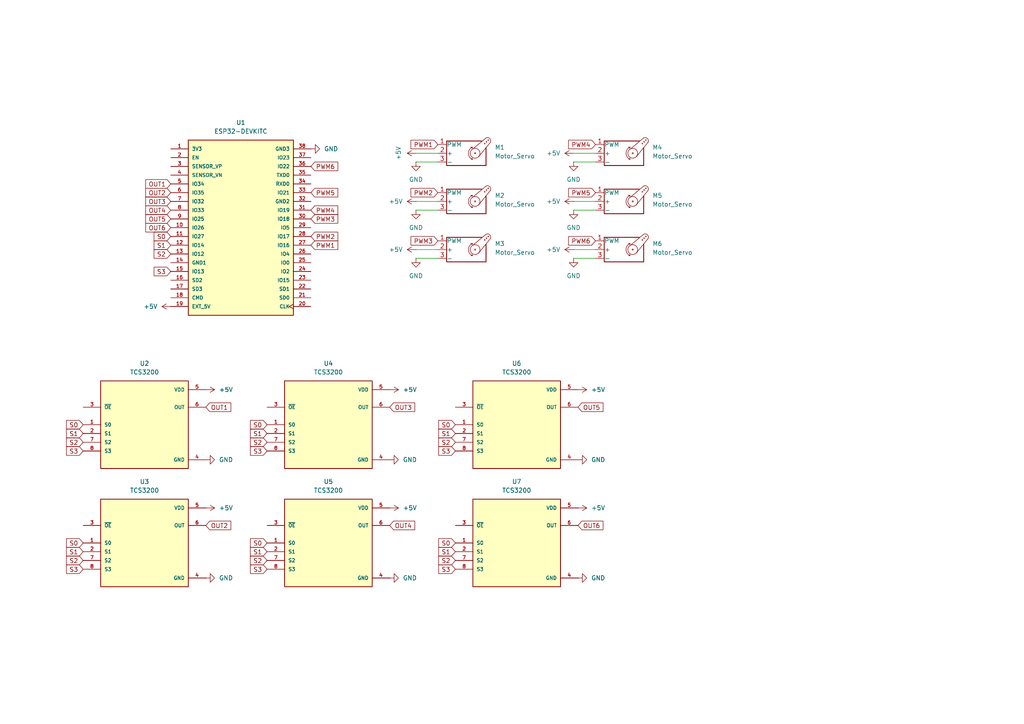
<source format=kicad_sch>
(kicad_sch
	(version 20250114)
	(generator "eeschema")
	(generator_version "9.0")
	(uuid "d7769fa8-d789-437c-8fcf-cc32d60e5706")
	(paper "A4")
	(lib_symbols
		(symbol "ESP32-DEVKITC:ESP32-DEVKITC"
			(pin_names
				(offset 1.016)
			)
			(exclude_from_sim no)
			(in_bom yes)
			(on_board yes)
			(property "Reference" "U"
				(at -15.2572 26.0643 0)
				(effects
					(font
						(size 1.27 1.27)
					)
					(justify left bottom)
				)
			)
			(property "Value" "ESP32-DEVKITC"
				(at -15.2563 -27.9698 0)
				(effects
					(font
						(size 1.27 1.27)
					)
					(justify left bottom)
				)
			)
			(property "Footprint" "ESP32-DEVKITC:MODULE_ESP32-DEVKITC"
				(at 0 0 0)
				(effects
					(font
						(size 1.27 1.27)
					)
					(justify bottom)
					(hide yes)
				)
			)
			(property "Datasheet" ""
				(at 0 0 0)
				(effects
					(font
						(size 1.27 1.27)
					)
					(hide yes)
				)
			)
			(property "Description" ""
				(at 0 0 0)
				(effects
					(font
						(size 1.27 1.27)
					)
					(hide yes)
				)
			)
			(property "MF" "Espressif Systems"
				(at 0 0 0)
				(effects
					(font
						(size 1.27 1.27)
					)
					(justify bottom)
					(hide yes)
				)
			)
			(property "Description_1" "ESP32-WROOM-32UE series Transceiver; 802.11 b/g/n (Wi-Fi, WiFi, WLAN), Bluetooth ® Smart Ready 4.x Dual Mode Evaluation Board"
				(at 0 0 0)
				(effects
					(font
						(size 1.27 1.27)
					)
					(justify bottom)
					(hide yes)
				)
			)
			(property "Package" "None"
				(at 0 0 0)
				(effects
					(font
						(size 1.27 1.27)
					)
					(justify bottom)
					(hide yes)
				)
			)
			(property "Price" "None"
				(at 0 0 0)
				(effects
					(font
						(size 1.27 1.27)
					)
					(justify bottom)
					(hide yes)
				)
			)
			(property "Check_prices" "https://www.snapeda.com/parts/ESP32-DEVKITC/Espressif+Systems/view-part/?ref=eda"
				(at 0 0 0)
				(effects
					(font
						(size 1.27 1.27)
					)
					(justify bottom)
					(hide yes)
				)
			)
			(property "STANDARD" "Manufacturer Recommendations"
				(at 0 0 0)
				(effects
					(font
						(size 1.27 1.27)
					)
					(justify bottom)
					(hide yes)
				)
			)
			(property "PARTREV" "N/A"
				(at 0 0 0)
				(effects
					(font
						(size 1.27 1.27)
					)
					(justify bottom)
					(hide yes)
				)
			)
			(property "SnapEDA_Link" "https://www.snapeda.com/parts/ESP32-DEVKITC/Espressif+Systems/view-part/?ref=snap"
				(at 0 0 0)
				(effects
					(font
						(size 1.27 1.27)
					)
					(justify bottom)
					(hide yes)
				)
			)
			(property "MP" "ESP32-DEVKITC"
				(at 0 0 0)
				(effects
					(font
						(size 1.27 1.27)
					)
					(justify bottom)
					(hide yes)
				)
			)
			(property "Availability" "In Stock"
				(at 0 0 0)
				(effects
					(font
						(size 1.27 1.27)
					)
					(justify bottom)
					(hide yes)
				)
			)
			(property "MANUFACTURER" "ESPRESSIF"
				(at 0 0 0)
				(effects
					(font
						(size 1.27 1.27)
					)
					(justify bottom)
					(hide yes)
				)
			)
			(symbol "ESP32-DEVKITC_0_0"
				(rectangle
					(start -15.24 -25.4)
					(end 15.24 25.4)
					(stroke
						(width 0.254)
						(type default)
					)
					(fill
						(type background)
					)
				)
				(pin power_in line
					(at -20.32 22.86 0)
					(length 5.08)
					(name "3V3"
						(effects
							(font
								(size 1.016 1.016)
							)
						)
					)
					(number "1"
						(effects
							(font
								(size 1.016 1.016)
							)
						)
					)
				)
				(pin input line
					(at -20.32 20.32 0)
					(length 5.08)
					(name "EN"
						(effects
							(font
								(size 1.016 1.016)
							)
						)
					)
					(number "2"
						(effects
							(font
								(size 1.016 1.016)
							)
						)
					)
				)
				(pin input line
					(at -20.32 17.78 0)
					(length 5.08)
					(name "SENSOR_VP"
						(effects
							(font
								(size 1.016 1.016)
							)
						)
					)
					(number "3"
						(effects
							(font
								(size 1.016 1.016)
							)
						)
					)
				)
				(pin input line
					(at -20.32 15.24 0)
					(length 5.08)
					(name "SENSOR_VN"
						(effects
							(font
								(size 1.016 1.016)
							)
						)
					)
					(number "4"
						(effects
							(font
								(size 1.016 1.016)
							)
						)
					)
				)
				(pin bidirectional line
					(at -20.32 12.7 0)
					(length 5.08)
					(name "IO34"
						(effects
							(font
								(size 1.016 1.016)
							)
						)
					)
					(number "5"
						(effects
							(font
								(size 1.016 1.016)
							)
						)
					)
				)
				(pin bidirectional line
					(at -20.32 10.16 0)
					(length 5.08)
					(name "IO35"
						(effects
							(font
								(size 1.016 1.016)
							)
						)
					)
					(number "6"
						(effects
							(font
								(size 1.016 1.016)
							)
						)
					)
				)
				(pin bidirectional line
					(at -20.32 7.62 0)
					(length 5.08)
					(name "IO32"
						(effects
							(font
								(size 1.016 1.016)
							)
						)
					)
					(number "7"
						(effects
							(font
								(size 1.016 1.016)
							)
						)
					)
				)
				(pin bidirectional line
					(at -20.32 5.08 0)
					(length 5.08)
					(name "IO33"
						(effects
							(font
								(size 1.016 1.016)
							)
						)
					)
					(number "8"
						(effects
							(font
								(size 1.016 1.016)
							)
						)
					)
				)
				(pin bidirectional line
					(at -20.32 2.54 0)
					(length 5.08)
					(name "IO25"
						(effects
							(font
								(size 1.016 1.016)
							)
						)
					)
					(number "9"
						(effects
							(font
								(size 1.016 1.016)
							)
						)
					)
				)
				(pin bidirectional line
					(at -20.32 0 0)
					(length 5.08)
					(name "IO26"
						(effects
							(font
								(size 1.016 1.016)
							)
						)
					)
					(number "10"
						(effects
							(font
								(size 1.016 1.016)
							)
						)
					)
				)
				(pin bidirectional line
					(at -20.32 -2.54 0)
					(length 5.08)
					(name "IO27"
						(effects
							(font
								(size 1.016 1.016)
							)
						)
					)
					(number "11"
						(effects
							(font
								(size 1.016 1.016)
							)
						)
					)
				)
				(pin bidirectional line
					(at -20.32 -5.08 0)
					(length 5.08)
					(name "IO14"
						(effects
							(font
								(size 1.016 1.016)
							)
						)
					)
					(number "12"
						(effects
							(font
								(size 1.016 1.016)
							)
						)
					)
				)
				(pin bidirectional line
					(at -20.32 -7.62 0)
					(length 5.08)
					(name "IO12"
						(effects
							(font
								(size 1.016 1.016)
							)
						)
					)
					(number "13"
						(effects
							(font
								(size 1.016 1.016)
							)
						)
					)
				)
				(pin power_in line
					(at -20.32 -10.16 0)
					(length 5.08)
					(name "GND1"
						(effects
							(font
								(size 1.016 1.016)
							)
						)
					)
					(number "14"
						(effects
							(font
								(size 1.016 1.016)
							)
						)
					)
				)
				(pin bidirectional line
					(at -20.32 -12.7 0)
					(length 5.08)
					(name "IO13"
						(effects
							(font
								(size 1.016 1.016)
							)
						)
					)
					(number "15"
						(effects
							(font
								(size 1.016 1.016)
							)
						)
					)
				)
				(pin bidirectional line
					(at -20.32 -15.24 0)
					(length 5.08)
					(name "SD2"
						(effects
							(font
								(size 1.016 1.016)
							)
						)
					)
					(number "16"
						(effects
							(font
								(size 1.016 1.016)
							)
						)
					)
				)
				(pin bidirectional line
					(at -20.32 -17.78 0)
					(length 5.08)
					(name "SD3"
						(effects
							(font
								(size 1.016 1.016)
							)
						)
					)
					(number "17"
						(effects
							(font
								(size 1.016 1.016)
							)
						)
					)
				)
				(pin bidirectional line
					(at -20.32 -20.32 0)
					(length 5.08)
					(name "CMD"
						(effects
							(font
								(size 1.016 1.016)
							)
						)
					)
					(number "18"
						(effects
							(font
								(size 1.016 1.016)
							)
						)
					)
				)
				(pin power_in line
					(at -20.32 -22.86 0)
					(length 5.08)
					(name "EXT_5V"
						(effects
							(font
								(size 1.016 1.016)
							)
						)
					)
					(number "19"
						(effects
							(font
								(size 1.016 1.016)
							)
						)
					)
				)
				(pin power_in line
					(at 20.32 22.86 180)
					(length 5.08)
					(name "GND3"
						(effects
							(font
								(size 1.016 1.016)
							)
						)
					)
					(number "38"
						(effects
							(font
								(size 1.016 1.016)
							)
						)
					)
				)
				(pin bidirectional line
					(at 20.32 20.32 180)
					(length 5.08)
					(name "IO23"
						(effects
							(font
								(size 1.016 1.016)
							)
						)
					)
					(number "37"
						(effects
							(font
								(size 1.016 1.016)
							)
						)
					)
				)
				(pin bidirectional line
					(at 20.32 17.78 180)
					(length 5.08)
					(name "IO22"
						(effects
							(font
								(size 1.016 1.016)
							)
						)
					)
					(number "36"
						(effects
							(font
								(size 1.016 1.016)
							)
						)
					)
				)
				(pin output line
					(at 20.32 15.24 180)
					(length 5.08)
					(name "TXD0"
						(effects
							(font
								(size 1.016 1.016)
							)
						)
					)
					(number "35"
						(effects
							(font
								(size 1.016 1.016)
							)
						)
					)
				)
				(pin input line
					(at 20.32 12.7 180)
					(length 5.08)
					(name "RXD0"
						(effects
							(font
								(size 1.016 1.016)
							)
						)
					)
					(number "34"
						(effects
							(font
								(size 1.016 1.016)
							)
						)
					)
				)
				(pin bidirectional line
					(at 20.32 10.16 180)
					(length 5.08)
					(name "IO21"
						(effects
							(font
								(size 1.016 1.016)
							)
						)
					)
					(number "33"
						(effects
							(font
								(size 1.016 1.016)
							)
						)
					)
				)
				(pin power_in line
					(at 20.32 7.62 180)
					(length 5.08)
					(name "GND2"
						(effects
							(font
								(size 1.016 1.016)
							)
						)
					)
					(number "32"
						(effects
							(font
								(size 1.016 1.016)
							)
						)
					)
				)
				(pin bidirectional line
					(at 20.32 5.08 180)
					(length 5.08)
					(name "IO19"
						(effects
							(font
								(size 1.016 1.016)
							)
						)
					)
					(number "31"
						(effects
							(font
								(size 1.016 1.016)
							)
						)
					)
				)
				(pin bidirectional line
					(at 20.32 2.54 180)
					(length 5.08)
					(name "IO18"
						(effects
							(font
								(size 1.016 1.016)
							)
						)
					)
					(number "30"
						(effects
							(font
								(size 1.016 1.016)
							)
						)
					)
				)
				(pin bidirectional line
					(at 20.32 0 180)
					(length 5.08)
					(name "IO5"
						(effects
							(font
								(size 1.016 1.016)
							)
						)
					)
					(number "29"
						(effects
							(font
								(size 1.016 1.016)
							)
						)
					)
				)
				(pin bidirectional line
					(at 20.32 -2.54 180)
					(length 5.08)
					(name "IO17"
						(effects
							(font
								(size 1.016 1.016)
							)
						)
					)
					(number "28"
						(effects
							(font
								(size 1.016 1.016)
							)
						)
					)
				)
				(pin bidirectional line
					(at 20.32 -5.08 180)
					(length 5.08)
					(name "IO16"
						(effects
							(font
								(size 1.016 1.016)
							)
						)
					)
					(number "27"
						(effects
							(font
								(size 1.016 1.016)
							)
						)
					)
				)
				(pin bidirectional line
					(at 20.32 -7.62 180)
					(length 5.08)
					(name "IO4"
						(effects
							(font
								(size 1.016 1.016)
							)
						)
					)
					(number "26"
						(effects
							(font
								(size 1.016 1.016)
							)
						)
					)
				)
				(pin bidirectional line
					(at 20.32 -10.16 180)
					(length 5.08)
					(name "IO0"
						(effects
							(font
								(size 1.016 1.016)
							)
						)
					)
					(number "25"
						(effects
							(font
								(size 1.016 1.016)
							)
						)
					)
				)
				(pin bidirectional line
					(at 20.32 -12.7 180)
					(length 5.08)
					(name "IO2"
						(effects
							(font
								(size 1.016 1.016)
							)
						)
					)
					(number "24"
						(effects
							(font
								(size 1.016 1.016)
							)
						)
					)
				)
				(pin bidirectional line
					(at 20.32 -15.24 180)
					(length 5.08)
					(name "IO15"
						(effects
							(font
								(size 1.016 1.016)
							)
						)
					)
					(number "23"
						(effects
							(font
								(size 1.016 1.016)
							)
						)
					)
				)
				(pin bidirectional line
					(at 20.32 -17.78 180)
					(length 5.08)
					(name "SD1"
						(effects
							(font
								(size 1.016 1.016)
							)
						)
					)
					(number "22"
						(effects
							(font
								(size 1.016 1.016)
							)
						)
					)
				)
				(pin bidirectional line
					(at 20.32 -20.32 180)
					(length 5.08)
					(name "SD0"
						(effects
							(font
								(size 1.016 1.016)
							)
						)
					)
					(number "21"
						(effects
							(font
								(size 1.016 1.016)
							)
						)
					)
				)
				(pin input clock
					(at 20.32 -22.86 180)
					(length 5.08)
					(name "CLK"
						(effects
							(font
								(size 1.016 1.016)
							)
						)
					)
					(number "20"
						(effects
							(font
								(size 1.016 1.016)
							)
						)
					)
				)
			)
			(embedded_fonts no)
		)
		(symbol "Motor:Motor_Servo"
			(pin_names
				(offset 0.0254)
			)
			(exclude_from_sim no)
			(in_bom yes)
			(on_board yes)
			(property "Reference" "M"
				(at -5.08 4.445 0)
				(effects
					(font
						(size 1.27 1.27)
					)
					(justify left)
				)
			)
			(property "Value" "Motor_Servo"
				(at -5.08 -4.064 0)
				(effects
					(font
						(size 1.27 1.27)
					)
					(justify left top)
				)
			)
			(property "Footprint" ""
				(at 0 -4.826 0)
				(effects
					(font
						(size 1.27 1.27)
					)
					(hide yes)
				)
			)
			(property "Datasheet" "http://forums.parallax.com/uploads/attachments/46831/74481.png"
				(at 0 -4.826 0)
				(effects
					(font
						(size 1.27 1.27)
					)
					(hide yes)
				)
			)
			(property "Description" "Servo Motor (Futaba, HiTec, JR connector)"
				(at 0 0 0)
				(effects
					(font
						(size 1.27 1.27)
					)
					(hide yes)
				)
			)
			(property "ki_keywords" "Servo Motor"
				(at 0 0 0)
				(effects
					(font
						(size 1.27 1.27)
					)
					(hide yes)
				)
			)
			(property "ki_fp_filters" "PinHeader*P2.54mm*"
				(at 0 0 0)
				(effects
					(font
						(size 1.27 1.27)
					)
					(hide yes)
				)
			)
			(symbol "Motor_Servo_0_1"
				(polyline
					(pts
						(xy 2.413 1.778) (xy 1.905 1.778)
					)
					(stroke
						(width 0)
						(type default)
					)
					(fill
						(type none)
					)
				)
				(polyline
					(pts
						(xy 2.413 1.778) (xy 2.286 1.397)
					)
					(stroke
						(width 0)
						(type default)
					)
					(fill
						(type none)
					)
				)
				(polyline
					(pts
						(xy 2.413 -1.778) (xy 2.032 -1.778)
					)
					(stroke
						(width 0)
						(type default)
					)
					(fill
						(type none)
					)
				)
				(polyline
					(pts
						(xy 2.413 -1.778) (xy 2.286 -1.397)
					)
					(stroke
						(width 0)
						(type default)
					)
					(fill
						(type none)
					)
				)
				(arc
					(start 2.413 -1.778)
					(mid 1.2406 0)
					(end 2.413 1.778)
					(stroke
						(width 0)
						(type default)
					)
					(fill
						(type none)
					)
				)
				(circle
					(center 3.175 0)
					(radius 0.1778)
					(stroke
						(width 0)
						(type default)
					)
					(fill
						(type none)
					)
				)
				(circle
					(center 3.175 0)
					(radius 1.4224)
					(stroke
						(width 0)
						(type default)
					)
					(fill
						(type none)
					)
				)
				(polyline
					(pts
						(xy 5.08 3.556) (xy -5.08 3.556) (xy -5.08 -3.556) (xy 6.35 -3.556) (xy 6.35 1.524)
					)
					(stroke
						(width 0.254)
						(type default)
					)
					(fill
						(type none)
					)
				)
				(circle
					(center 5.969 2.794)
					(radius 0.127)
					(stroke
						(width 0)
						(type default)
					)
					(fill
						(type none)
					)
				)
				(polyline
					(pts
						(xy 6.35 4.445) (xy 2.54 1.27)
					)
					(stroke
						(width 0)
						(type default)
					)
					(fill
						(type none)
					)
				)
				(circle
					(center 6.477 3.302)
					(radius 0.127)
					(stroke
						(width 0)
						(type default)
					)
					(fill
						(type none)
					)
				)
				(arc
					(start 6.35 4.445)
					(mid 7.4487 4.2737)
					(end 7.62 3.175)
					(stroke
						(width 0)
						(type default)
					)
					(fill
						(type none)
					)
				)
				(circle
					(center 6.985 3.81)
					(radius 0.127)
					(stroke
						(width 0)
						(type default)
					)
					(fill
						(type none)
					)
				)
				(polyline
					(pts
						(xy 7.62 3.175) (xy 4.191 -1.016)
					)
					(stroke
						(width 0)
						(type default)
					)
					(fill
						(type none)
					)
				)
			)
			(symbol "Motor_Servo_1_1"
				(pin passive line
					(at -7.62 2.54 0)
					(length 2.54)
					(name "PWM"
						(effects
							(font
								(size 1.27 1.27)
							)
						)
					)
					(number "1"
						(effects
							(font
								(size 1.27 1.27)
							)
						)
					)
				)
				(pin passive line
					(at -7.62 0 0)
					(length 2.54)
					(name "+"
						(effects
							(font
								(size 1.27 1.27)
							)
						)
					)
					(number "2"
						(effects
							(font
								(size 1.27 1.27)
							)
						)
					)
				)
				(pin passive line
					(at -7.62 -2.54 0)
					(length 2.54)
					(name "-"
						(effects
							(font
								(size 1.27 1.27)
							)
						)
					)
					(number "3"
						(effects
							(font
								(size 1.27 1.27)
							)
						)
					)
				)
			)
			(embedded_fonts no)
		)
		(symbol "TCS3200:TCS3200"
			(pin_names
				(offset 1.016)
			)
			(exclude_from_sim no)
			(in_bom yes)
			(on_board yes)
			(property "Reference" "U"
				(at -12.7 13.7 0)
				(effects
					(font
						(size 1.27 1.27)
					)
					(justify left bottom)
				)
			)
			(property "Value" "TCS3200"
				(at -12.7 -15.24 0)
				(effects
					(font
						(size 1.27 1.27)
					)
					(justify left bottom)
				)
			)
			(property "Footprint" "TCS3200:SOIC127P600X175-8N"
				(at 0 0 0)
				(effects
					(font
						(size 1.27 1.27)
					)
					(justify bottom)
					(hide yes)
				)
			)
			(property "Datasheet" ""
				(at 0 0 0)
				(effects
					(font
						(size 1.27 1.27)
					)
					(hide yes)
				)
			)
			(property "Description" ""
				(at 0 0 0)
				(effects
					(font
						(size 1.27 1.27)
					)
					(hide yes)
				)
			)
			(property "MF" "ams"
				(at 0 0 0)
				(effects
					(font
						(size 1.27 1.27)
					)
					(justify bottom)
					(hide yes)
				)
			)
			(property "Description_1" "Light to Frequency Ambient Light Sensor Digital 5V 8-Pin SOIC T/R"
				(at 0 0 0)
				(effects
					(font
						(size 1.27 1.27)
					)
					(justify bottom)
					(hide yes)
				)
			)
			(property "Package" "SOIC-8 ams"
				(at 0 0 0)
				(effects
					(font
						(size 1.27 1.27)
					)
					(justify bottom)
					(hide yes)
				)
			)
			(property "Price" "None"
				(at 0 0 0)
				(effects
					(font
						(size 1.27 1.27)
					)
					(justify bottom)
					(hide yes)
				)
			)
			(property "SnapEDA_Link" "https://www.snapeda.com/parts/TCS3200/ams/view-part/?ref=snap"
				(at 0 0 0)
				(effects
					(font
						(size 1.27 1.27)
					)
					(justify bottom)
					(hide yes)
				)
			)
			(property "MP" "TCS3200"
				(at 0 0 0)
				(effects
					(font
						(size 1.27 1.27)
					)
					(justify bottom)
					(hide yes)
				)
			)
			(property "Availability" "Not in stock"
				(at 0 0 0)
				(effects
					(font
						(size 1.27 1.27)
					)
					(justify bottom)
					(hide yes)
				)
			)
			(property "Check_prices" "https://www.snapeda.com/parts/TCS3200/ams/view-part/?ref=eda"
				(at 0 0 0)
				(effects
					(font
						(size 1.27 1.27)
					)
					(justify bottom)
					(hide yes)
				)
			)
			(symbol "TCS3200_0_0"
				(rectangle
					(start -12.7 -12.7)
					(end 12.7 12.7)
					(stroke
						(width 0.254)
						(type default)
					)
					(fill
						(type background)
					)
				)
				(pin input line
					(at -17.78 5.08 0)
					(length 5.08)
					(name "~{OE}"
						(effects
							(font
								(size 1.016 1.016)
							)
						)
					)
					(number "3"
						(effects
							(font
								(size 1.016 1.016)
							)
						)
					)
				)
				(pin input line
					(at -17.78 0 0)
					(length 5.08)
					(name "S0"
						(effects
							(font
								(size 1.016 1.016)
							)
						)
					)
					(number "1"
						(effects
							(font
								(size 1.016 1.016)
							)
						)
					)
				)
				(pin input line
					(at -17.78 -2.54 0)
					(length 5.08)
					(name "S1"
						(effects
							(font
								(size 1.016 1.016)
							)
						)
					)
					(number "2"
						(effects
							(font
								(size 1.016 1.016)
							)
						)
					)
				)
				(pin input line
					(at -17.78 -5.08 0)
					(length 5.08)
					(name "S2"
						(effects
							(font
								(size 1.016 1.016)
							)
						)
					)
					(number "7"
						(effects
							(font
								(size 1.016 1.016)
							)
						)
					)
				)
				(pin input line
					(at -17.78 -7.62 0)
					(length 5.08)
					(name "S3"
						(effects
							(font
								(size 1.016 1.016)
							)
						)
					)
					(number "8"
						(effects
							(font
								(size 1.016 1.016)
							)
						)
					)
				)
				(pin power_in line
					(at 17.78 10.16 180)
					(length 5.08)
					(name "VDD"
						(effects
							(font
								(size 1.016 1.016)
							)
						)
					)
					(number "5"
						(effects
							(font
								(size 1.016 1.016)
							)
						)
					)
				)
				(pin output line
					(at 17.78 5.08 180)
					(length 5.08)
					(name "OUT"
						(effects
							(font
								(size 1.016 1.016)
							)
						)
					)
					(number "6"
						(effects
							(font
								(size 1.016 1.016)
							)
						)
					)
				)
				(pin power_in line
					(at 17.78 -10.16 180)
					(length 5.08)
					(name "GND"
						(effects
							(font
								(size 1.016 1.016)
							)
						)
					)
					(number "4"
						(effects
							(font
								(size 1.016 1.016)
							)
						)
					)
				)
			)
			(embedded_fonts no)
		)
		(symbol "power:+5V"
			(power)
			(pin_numbers
				(hide yes)
			)
			(pin_names
				(offset 0)
				(hide yes)
			)
			(exclude_from_sim no)
			(in_bom yes)
			(on_board yes)
			(property "Reference" "#PWR"
				(at 0 -3.81 0)
				(effects
					(font
						(size 1.27 1.27)
					)
					(hide yes)
				)
			)
			(property "Value" "+5V"
				(at 0 3.556 0)
				(effects
					(font
						(size 1.27 1.27)
					)
				)
			)
			(property "Footprint" ""
				(at 0 0 0)
				(effects
					(font
						(size 1.27 1.27)
					)
					(hide yes)
				)
			)
			(property "Datasheet" ""
				(at 0 0 0)
				(effects
					(font
						(size 1.27 1.27)
					)
					(hide yes)
				)
			)
			(property "Description" "Power symbol creates a global label with name \"+5V\""
				(at 0 0 0)
				(effects
					(font
						(size 1.27 1.27)
					)
					(hide yes)
				)
			)
			(property "ki_keywords" "global power"
				(at 0 0 0)
				(effects
					(font
						(size 1.27 1.27)
					)
					(hide yes)
				)
			)
			(symbol "+5V_0_1"
				(polyline
					(pts
						(xy -0.762 1.27) (xy 0 2.54)
					)
					(stroke
						(width 0)
						(type default)
					)
					(fill
						(type none)
					)
				)
				(polyline
					(pts
						(xy 0 2.54) (xy 0.762 1.27)
					)
					(stroke
						(width 0)
						(type default)
					)
					(fill
						(type none)
					)
				)
				(polyline
					(pts
						(xy 0 0) (xy 0 2.54)
					)
					(stroke
						(width 0)
						(type default)
					)
					(fill
						(type none)
					)
				)
			)
			(symbol "+5V_1_1"
				(pin power_in line
					(at 0 0 90)
					(length 0)
					(name "~"
						(effects
							(font
								(size 1.27 1.27)
							)
						)
					)
					(number "1"
						(effects
							(font
								(size 1.27 1.27)
							)
						)
					)
				)
			)
			(embedded_fonts no)
		)
		(symbol "power:GND"
			(power)
			(pin_numbers
				(hide yes)
			)
			(pin_names
				(offset 0)
				(hide yes)
			)
			(exclude_from_sim no)
			(in_bom yes)
			(on_board yes)
			(property "Reference" "#PWR"
				(at 0 -6.35 0)
				(effects
					(font
						(size 1.27 1.27)
					)
					(hide yes)
				)
			)
			(property "Value" "GND"
				(at 0 -3.81 0)
				(effects
					(font
						(size 1.27 1.27)
					)
				)
			)
			(property "Footprint" ""
				(at 0 0 0)
				(effects
					(font
						(size 1.27 1.27)
					)
					(hide yes)
				)
			)
			(property "Datasheet" ""
				(at 0 0 0)
				(effects
					(font
						(size 1.27 1.27)
					)
					(hide yes)
				)
			)
			(property "Description" "Power symbol creates a global label with name \"GND\" , ground"
				(at 0 0 0)
				(effects
					(font
						(size 1.27 1.27)
					)
					(hide yes)
				)
			)
			(property "ki_keywords" "global power"
				(at 0 0 0)
				(effects
					(font
						(size 1.27 1.27)
					)
					(hide yes)
				)
			)
			(symbol "GND_0_1"
				(polyline
					(pts
						(xy 0 0) (xy 0 -1.27) (xy 1.27 -1.27) (xy 0 -2.54) (xy -1.27 -1.27) (xy 0 -1.27)
					)
					(stroke
						(width 0)
						(type default)
					)
					(fill
						(type none)
					)
				)
			)
			(symbol "GND_1_1"
				(pin power_in line
					(at 0 0 270)
					(length 0)
					(name "~"
						(effects
							(font
								(size 1.27 1.27)
							)
						)
					)
					(number "1"
						(effects
							(font
								(size 1.27 1.27)
							)
						)
					)
				)
			)
			(embedded_fonts no)
		)
	)
	(wire
		(pts
			(xy 120.65 72.39) (xy 127 72.39)
		)
		(stroke
			(width 0)
			(type default)
		)
		(uuid "0b876574-7f3b-4f2b-991e-9bc2fa89b1ed")
	)
	(wire
		(pts
			(xy 166.37 60.96) (xy 172.72 60.96)
		)
		(stroke
			(width 0)
			(type default)
		)
		(uuid "64fb62fe-59fd-41d7-8370-3ffc7c708e6c")
	)
	(wire
		(pts
			(xy 120.65 44.45) (xy 127 44.45)
		)
		(stroke
			(width 0)
			(type default)
		)
		(uuid "77cdf376-113a-4232-9a9c-ba55944d7a8f")
	)
	(wire
		(pts
			(xy 120.65 74.93) (xy 127 74.93)
		)
		(stroke
			(width 0)
			(type default)
		)
		(uuid "8531b1f6-0311-4078-a541-61eb2191cab6")
	)
	(wire
		(pts
			(xy 166.37 74.93) (xy 172.72 74.93)
		)
		(stroke
			(width 0)
			(type default)
		)
		(uuid "86579574-90b0-4fff-a2c1-71f223edd254")
	)
	(wire
		(pts
			(xy 120.65 60.96) (xy 127 60.96)
		)
		(stroke
			(width 0)
			(type default)
		)
		(uuid "8e4f5f18-c78d-45c4-a34f-6afc879b2955")
	)
	(wire
		(pts
			(xy 120.65 58.42) (xy 127 58.42)
		)
		(stroke
			(width 0)
			(type default)
		)
		(uuid "92af56c1-fb76-4378-9c77-0d5b43320dbe")
	)
	(wire
		(pts
			(xy 120.65 46.99) (xy 127 46.99)
		)
		(stroke
			(width 0)
			(type default)
		)
		(uuid "943986dc-be1b-42cd-bf97-129d629d5c21")
	)
	(wire
		(pts
			(xy 166.37 58.42) (xy 172.72 58.42)
		)
		(stroke
			(width 0)
			(type default)
		)
		(uuid "b887f21e-dc9c-4db1-9a64-0fd19fb383b3")
	)
	(wire
		(pts
			(xy 166.37 46.99) (xy 172.72 46.99)
		)
		(stroke
			(width 0)
			(type default)
		)
		(uuid "bed4e413-46fb-4338-8519-ae9f7c2310bf")
	)
	(wire
		(pts
			(xy 166.37 72.39) (xy 172.72 72.39)
		)
		(stroke
			(width 0)
			(type default)
		)
		(uuid "f4c95895-64c2-4f9f-adff-28758a62c36d")
	)
	(wire
		(pts
			(xy 166.37 44.45) (xy 172.72 44.45)
		)
		(stroke
			(width 0)
			(type default)
		)
		(uuid "f6213b76-29c2-4221-92ff-d0d2e9cfbae4")
	)
	(global_label "S3"
		(shape input)
		(at 132.08 130.81 180)
		(fields_autoplaced yes)
		(effects
			(font
				(size 1.27 1.27)
			)
			(justify right)
		)
		(uuid "0432345a-76db-4a4a-b7fc-c9b109b946c3")
		(property "Intersheetrefs" "${INTERSHEET_REFS}"
			(at 126.6758 130.81 0)
			(effects
				(font
					(size 1.27 1.27)
				)
				(justify right)
				(hide yes)
			)
		)
	)
	(global_label "S1"
		(shape input)
		(at 49.53 71.12 180)
		(fields_autoplaced yes)
		(effects
			(font
				(size 1.27 1.27)
			)
			(justify right)
		)
		(uuid "1cf6ab57-2719-427f-bd8a-298ca1b2f7f4")
		(property "Intersheetrefs" "${INTERSHEET_REFS}"
			(at 44.1258 71.12 0)
			(effects
				(font
					(size 1.27 1.27)
				)
				(justify right)
				(hide yes)
			)
		)
	)
	(global_label "S3"
		(shape input)
		(at 24.13 165.1 180)
		(fields_autoplaced yes)
		(effects
			(font
				(size 1.27 1.27)
			)
			(justify right)
		)
		(uuid "245beedc-227e-47d9-a29b-fd6d172baaca")
		(property "Intersheetrefs" "${INTERSHEET_REFS}"
			(at 18.7258 165.1 0)
			(effects
				(font
					(size 1.27 1.27)
				)
				(justify right)
				(hide yes)
			)
		)
	)
	(global_label "PWM2"
		(shape input)
		(at 90.17 68.58 0)
		(fields_autoplaced yes)
		(effects
			(font
				(size 1.27 1.27)
			)
			(justify left)
		)
		(uuid "25dcd3e0-6ba8-438e-b24d-6136433596d7")
		(property "Intersheetrefs" "${INTERSHEET_REFS}"
			(at 98.5375 68.58 0)
			(effects
				(font
					(size 1.27 1.27)
				)
				(justify left)
				(hide yes)
			)
		)
	)
	(global_label "OUT6"
		(shape input)
		(at 167.64 152.4 0)
		(fields_autoplaced yes)
		(effects
			(font
				(size 1.27 1.27)
			)
			(justify left)
		)
		(uuid "27683ffa-83bc-41a8-99f5-267913cf2875")
		(property "Intersheetrefs" "${INTERSHEET_REFS}"
			(at 175.4633 152.4 0)
			(effects
				(font
					(size 1.27 1.27)
				)
				(justify left)
				(hide yes)
			)
		)
	)
	(global_label "S0"
		(shape input)
		(at 77.47 157.48 180)
		(fields_autoplaced yes)
		(effects
			(font
				(size 1.27 1.27)
			)
			(justify right)
		)
		(uuid "287adf91-408f-49f1-9b88-83ca8c924563")
		(property "Intersheetrefs" "${INTERSHEET_REFS}"
			(at 72.0658 157.48 0)
			(effects
				(font
					(size 1.27 1.27)
				)
				(justify right)
				(hide yes)
			)
		)
	)
	(global_label "OUT6"
		(shape input)
		(at 49.53 66.04 180)
		(fields_autoplaced yes)
		(effects
			(font
				(size 1.27 1.27)
			)
			(justify right)
		)
		(uuid "2c819c9e-50a2-4c96-a02b-b7bdcb74f01e")
		(property "Intersheetrefs" "${INTERSHEET_REFS}"
			(at 41.7067 66.04 0)
			(effects
				(font
					(size 1.27 1.27)
				)
				(justify right)
				(hide yes)
			)
		)
	)
	(global_label "S3"
		(shape input)
		(at 132.08 165.1 180)
		(fields_autoplaced yes)
		(effects
			(font
				(size 1.27 1.27)
			)
			(justify right)
		)
		(uuid "2ffc6174-5ca5-4028-8508-0f55daeec505")
		(property "Intersheetrefs" "${INTERSHEET_REFS}"
			(at 126.6758 165.1 0)
			(effects
				(font
					(size 1.27 1.27)
				)
				(justify right)
				(hide yes)
			)
		)
	)
	(global_label "S1"
		(shape input)
		(at 132.08 160.02 180)
		(fields_autoplaced yes)
		(effects
			(font
				(size 1.27 1.27)
			)
			(justify right)
		)
		(uuid "33a32e99-3528-4d33-aa77-24c45eb96dbf")
		(property "Intersheetrefs" "${INTERSHEET_REFS}"
			(at 126.6758 160.02 0)
			(effects
				(font
					(size 1.27 1.27)
				)
				(justify right)
				(hide yes)
			)
		)
	)
	(global_label "OUT3"
		(shape input)
		(at 49.53 58.42 180)
		(fields_autoplaced yes)
		(effects
			(font
				(size 1.27 1.27)
			)
			(justify right)
		)
		(uuid "33d4aba7-f49b-4621-ba0b-e2061bb21e1d")
		(property "Intersheetrefs" "${INTERSHEET_REFS}"
			(at 41.7067 58.42 0)
			(effects
				(font
					(size 1.27 1.27)
				)
				(justify right)
				(hide yes)
			)
		)
	)
	(global_label "S0"
		(shape input)
		(at 132.08 123.19 180)
		(fields_autoplaced yes)
		(effects
			(font
				(size 1.27 1.27)
			)
			(justify right)
		)
		(uuid "3c183370-a7eb-4cc7-ba26-a4ab373c2f06")
		(property "Intersheetrefs" "${INTERSHEET_REFS}"
			(at 126.6758 123.19 0)
			(effects
				(font
					(size 1.27 1.27)
				)
				(justify right)
				(hide yes)
			)
		)
	)
	(global_label "PWM1"
		(shape input)
		(at 90.17 71.12 0)
		(fields_autoplaced yes)
		(effects
			(font
				(size 1.27 1.27)
			)
			(justify left)
		)
		(uuid "46ef93ac-a9da-4a39-8cbf-d9560fdb76a0")
		(property "Intersheetrefs" "${INTERSHEET_REFS}"
			(at 98.5375 71.12 0)
			(effects
				(font
					(size 1.27 1.27)
				)
				(justify left)
				(hide yes)
			)
		)
	)
	(global_label "S2"
		(shape input)
		(at 132.08 162.56 180)
		(fields_autoplaced yes)
		(effects
			(font
				(size 1.27 1.27)
			)
			(justify right)
		)
		(uuid "47c37700-75ea-41c0-97e2-8688194571ea")
		(property "Intersheetrefs" "${INTERSHEET_REFS}"
			(at 126.6758 162.56 0)
			(effects
				(font
					(size 1.27 1.27)
				)
				(justify right)
				(hide yes)
			)
		)
	)
	(global_label "S3"
		(shape input)
		(at 24.13 130.81 180)
		(fields_autoplaced yes)
		(effects
			(font
				(size 1.27 1.27)
			)
			(justify right)
		)
		(uuid "4a96ba3f-dffb-42a2-92a1-30fa4b65323f")
		(property "Intersheetrefs" "${INTERSHEET_REFS}"
			(at 18.7258 130.81 0)
			(effects
				(font
					(size 1.27 1.27)
				)
				(justify right)
				(hide yes)
			)
		)
	)
	(global_label "OUT4"
		(shape input)
		(at 113.03 152.4 0)
		(fields_autoplaced yes)
		(effects
			(font
				(size 1.27 1.27)
			)
			(justify left)
		)
		(uuid "4be45cff-7b05-4565-8e06-530d5bd76274")
		(property "Intersheetrefs" "${INTERSHEET_REFS}"
			(at 120.8533 152.4 0)
			(effects
				(font
					(size 1.27 1.27)
				)
				(justify left)
				(hide yes)
			)
		)
	)
	(global_label "S3"
		(shape input)
		(at 49.53 78.74 180)
		(fields_autoplaced yes)
		(effects
			(font
				(size 1.27 1.27)
			)
			(justify right)
		)
		(uuid "58594722-0dee-42c3-81ab-8d21de5b60a3")
		(property "Intersheetrefs" "${INTERSHEET_REFS}"
			(at 44.1258 78.74 0)
			(effects
				(font
					(size 1.27 1.27)
				)
				(justify right)
				(hide yes)
			)
		)
	)
	(global_label "S0"
		(shape input)
		(at 24.13 157.48 180)
		(fields_autoplaced yes)
		(effects
			(font
				(size 1.27 1.27)
			)
			(justify right)
		)
		(uuid "5bfd6abd-57c7-46d1-ba49-f17564932d65")
		(property "Intersheetrefs" "${INTERSHEET_REFS}"
			(at 18.7258 157.48 0)
			(effects
				(font
					(size 1.27 1.27)
				)
				(justify right)
				(hide yes)
			)
		)
	)
	(global_label "S2"
		(shape input)
		(at 77.47 128.27 180)
		(fields_autoplaced yes)
		(effects
			(font
				(size 1.27 1.27)
			)
			(justify right)
		)
		(uuid "6810c7ca-2863-4696-9c74-a755da408233")
		(property "Intersheetrefs" "${INTERSHEET_REFS}"
			(at 72.0658 128.27 0)
			(effects
				(font
					(size 1.27 1.27)
				)
				(justify right)
				(hide yes)
			)
		)
	)
	(global_label "PWM5"
		(shape input)
		(at 172.72 55.88 180)
		(fields_autoplaced yes)
		(effects
			(font
				(size 1.27 1.27)
			)
			(justify right)
		)
		(uuid "69d37ba7-334d-41c1-98dd-9dc7aa83b788")
		(property "Intersheetrefs" "${INTERSHEET_REFS}"
			(at 164.3525 55.88 0)
			(effects
				(font
					(size 1.27 1.27)
				)
				(justify right)
				(hide yes)
			)
		)
	)
	(global_label "S2"
		(shape input)
		(at 132.08 128.27 180)
		(fields_autoplaced yes)
		(effects
			(font
				(size 1.27 1.27)
			)
			(justify right)
		)
		(uuid "6d1cd4b5-a9d7-4933-ba76-21223334e0be")
		(property "Intersheetrefs" "${INTERSHEET_REFS}"
			(at 126.6758 128.27 0)
			(effects
				(font
					(size 1.27 1.27)
				)
				(justify right)
				(hide yes)
			)
		)
	)
	(global_label "S0"
		(shape input)
		(at 77.47 123.19 180)
		(fields_autoplaced yes)
		(effects
			(font
				(size 1.27 1.27)
			)
			(justify right)
		)
		(uuid "746f7065-59c1-466b-aef7-5ff189f94415")
		(property "Intersheetrefs" "${INTERSHEET_REFS}"
			(at 72.0658 123.19 0)
			(effects
				(font
					(size 1.27 1.27)
				)
				(justify right)
				(hide yes)
			)
		)
	)
	(global_label "S0"
		(shape input)
		(at 49.53 68.58 180)
		(fields_autoplaced yes)
		(effects
			(font
				(size 1.27 1.27)
			)
			(justify right)
		)
		(uuid "7691307e-a70d-4217-a759-5a77a8a4b238")
		(property "Intersheetrefs" "${INTERSHEET_REFS}"
			(at 44.1258 68.58 0)
			(effects
				(font
					(size 1.27 1.27)
				)
				(justify right)
				(hide yes)
			)
		)
	)
	(global_label "S1"
		(shape input)
		(at 77.47 125.73 180)
		(fields_autoplaced yes)
		(effects
			(font
				(size 1.27 1.27)
			)
			(justify right)
		)
		(uuid "777638c4-9c64-4f6b-bd08-b019f0c04e25")
		(property "Intersheetrefs" "${INTERSHEET_REFS}"
			(at 72.0658 125.73 0)
			(effects
				(font
					(size 1.27 1.27)
				)
				(justify right)
				(hide yes)
			)
		)
	)
	(global_label "OUT2"
		(shape input)
		(at 49.53 55.88 180)
		(fields_autoplaced yes)
		(effects
			(font
				(size 1.27 1.27)
			)
			(justify right)
		)
		(uuid "79d5316e-32a8-4fcd-b0bd-29ee6d80c12a")
		(property "Intersheetrefs" "${INTERSHEET_REFS}"
			(at 41.7067 55.88 0)
			(effects
				(font
					(size 1.27 1.27)
				)
				(justify right)
				(hide yes)
			)
		)
	)
	(global_label "S3"
		(shape input)
		(at 77.47 165.1 180)
		(fields_autoplaced yes)
		(effects
			(font
				(size 1.27 1.27)
			)
			(justify right)
		)
		(uuid "7d863a5a-8586-45c2-87cb-b950c45eed01")
		(property "Intersheetrefs" "${INTERSHEET_REFS}"
			(at 72.0658 165.1 0)
			(effects
				(font
					(size 1.27 1.27)
				)
				(justify right)
				(hide yes)
			)
		)
	)
	(global_label "S3"
		(shape input)
		(at 77.47 130.81 180)
		(fields_autoplaced yes)
		(effects
			(font
				(size 1.27 1.27)
			)
			(justify right)
		)
		(uuid "80c8172a-e315-49ac-b360-51ff3eba5c3c")
		(property "Intersheetrefs" "${INTERSHEET_REFS}"
			(at 72.0658 130.81 0)
			(effects
				(font
					(size 1.27 1.27)
				)
				(justify right)
				(hide yes)
			)
		)
	)
	(global_label "S1"
		(shape input)
		(at 24.13 160.02 180)
		(fields_autoplaced yes)
		(effects
			(font
				(size 1.27 1.27)
			)
			(justify right)
		)
		(uuid "91d398c5-6f51-4c9d-b59f-3e759ba8e32a")
		(property "Intersheetrefs" "${INTERSHEET_REFS}"
			(at 18.7258 160.02 0)
			(effects
				(font
					(size 1.27 1.27)
				)
				(justify right)
				(hide yes)
			)
		)
	)
	(global_label "S2"
		(shape input)
		(at 49.53 73.66 180)
		(fields_autoplaced yes)
		(effects
			(font
				(size 1.27 1.27)
			)
			(justify right)
		)
		(uuid "925eaae1-4f0a-4689-8a62-b06add2cd82b")
		(property "Intersheetrefs" "${INTERSHEET_REFS}"
			(at 44.1258 73.66 0)
			(effects
				(font
					(size 1.27 1.27)
				)
				(justify right)
				(hide yes)
			)
		)
	)
	(global_label "PWM6"
		(shape input)
		(at 90.17 48.26 0)
		(fields_autoplaced yes)
		(effects
			(font
				(size 1.27 1.27)
			)
			(justify left)
		)
		(uuid "937bc9d8-856e-4921-828e-2b64840c21c6")
		(property "Intersheetrefs" "${INTERSHEET_REFS}"
			(at 98.5375 48.26 0)
			(effects
				(font
					(size 1.27 1.27)
				)
				(justify left)
				(hide yes)
			)
		)
	)
	(global_label "PWM5"
		(shape input)
		(at 90.17 55.88 0)
		(fields_autoplaced yes)
		(effects
			(font
				(size 1.27 1.27)
			)
			(justify left)
		)
		(uuid "98da2fe5-2b27-4f9c-8e3b-a36fe7fbbc16")
		(property "Intersheetrefs" "${INTERSHEET_REFS}"
			(at 98.5375 55.88 0)
			(effects
				(font
					(size 1.27 1.27)
				)
				(justify left)
				(hide yes)
			)
		)
	)
	(global_label "PWM4"
		(shape input)
		(at 172.72 41.91 180)
		(fields_autoplaced yes)
		(effects
			(font
				(size 1.27 1.27)
			)
			(justify right)
		)
		(uuid "a2ea49ff-7e03-4ffb-a3f5-b1b095e371fe")
		(property "Intersheetrefs" "${INTERSHEET_REFS}"
			(at 164.3525 41.91 0)
			(effects
				(font
					(size 1.27 1.27)
				)
				(justify right)
				(hide yes)
			)
		)
	)
	(global_label "S1"
		(shape input)
		(at 77.47 160.02 180)
		(fields_autoplaced yes)
		(effects
			(font
				(size 1.27 1.27)
			)
			(justify right)
		)
		(uuid "a3c56882-9e77-4255-83b0-435fc5a6da3f")
		(property "Intersheetrefs" "${INTERSHEET_REFS}"
			(at 72.0658 160.02 0)
			(effects
				(font
					(size 1.27 1.27)
				)
				(justify right)
				(hide yes)
			)
		)
	)
	(global_label "OUT4"
		(shape input)
		(at 49.53 60.96 180)
		(fields_autoplaced yes)
		(effects
			(font
				(size 1.27 1.27)
			)
			(justify right)
		)
		(uuid "a4c43f41-29cf-45f1-a43d-83e837b1a192")
		(property "Intersheetrefs" "${INTERSHEET_REFS}"
			(at 41.7067 60.96 0)
			(effects
				(font
					(size 1.27 1.27)
				)
				(justify right)
				(hide yes)
			)
		)
	)
	(global_label "S0"
		(shape input)
		(at 132.08 157.48 180)
		(fields_autoplaced yes)
		(effects
			(font
				(size 1.27 1.27)
			)
			(justify right)
		)
		(uuid "a7413e2b-b07d-4165-89ec-0a1615b5c128")
		(property "Intersheetrefs" "${INTERSHEET_REFS}"
			(at 126.6758 157.48 0)
			(effects
				(font
					(size 1.27 1.27)
				)
				(justify right)
				(hide yes)
			)
		)
	)
	(global_label "S2"
		(shape input)
		(at 24.13 128.27 180)
		(fields_autoplaced yes)
		(effects
			(font
				(size 1.27 1.27)
			)
			(justify right)
		)
		(uuid "aa36b753-f12e-4590-8b04-257262ebc618")
		(property "Intersheetrefs" "${INTERSHEET_REFS}"
			(at 18.7258 128.27 0)
			(effects
				(font
					(size 1.27 1.27)
				)
				(justify right)
				(hide yes)
			)
		)
	)
	(global_label "PWM3"
		(shape input)
		(at 90.17 63.5 0)
		(fields_autoplaced yes)
		(effects
			(font
				(size 1.27 1.27)
			)
			(justify left)
		)
		(uuid "aa563c90-7262-474a-be3d-80516d17f1bb")
		(property "Intersheetrefs" "${INTERSHEET_REFS}"
			(at 98.5375 63.5 0)
			(effects
				(font
					(size 1.27 1.27)
				)
				(justify left)
				(hide yes)
			)
		)
	)
	(global_label "OUT2"
		(shape input)
		(at 59.69 152.4 0)
		(fields_autoplaced yes)
		(effects
			(font
				(size 1.27 1.27)
			)
			(justify left)
		)
		(uuid "b31576c8-fb7e-4882-9c64-9edcc7c67c79")
		(property "Intersheetrefs" "${INTERSHEET_REFS}"
			(at 67.5133 152.4 0)
			(effects
				(font
					(size 1.27 1.27)
				)
				(justify left)
				(hide yes)
			)
		)
	)
	(global_label "S2"
		(shape input)
		(at 77.47 162.56 180)
		(fields_autoplaced yes)
		(effects
			(font
				(size 1.27 1.27)
			)
			(justify right)
		)
		(uuid "b8fad758-eaa6-49dc-b451-792ee72e8f5d")
		(property "Intersheetrefs" "${INTERSHEET_REFS}"
			(at 72.0658 162.56 0)
			(effects
				(font
					(size 1.27 1.27)
				)
				(justify right)
				(hide yes)
			)
		)
	)
	(global_label "PWM3"
		(shape input)
		(at 127 69.85 180)
		(fields_autoplaced yes)
		(effects
			(font
				(size 1.27 1.27)
			)
			(justify right)
		)
		(uuid "bef9bf96-3e18-484d-8060-f82ff666d37a")
		(property "Intersheetrefs" "${INTERSHEET_REFS}"
			(at 118.6325 69.85 0)
			(effects
				(font
					(size 1.27 1.27)
				)
				(justify right)
				(hide yes)
			)
		)
	)
	(global_label "S1"
		(shape input)
		(at 132.08 125.73 180)
		(fields_autoplaced yes)
		(effects
			(font
				(size 1.27 1.27)
			)
			(justify right)
		)
		(uuid "c02145a6-d55d-4aee-b7de-447a691c1946")
		(property "Intersheetrefs" "${INTERSHEET_REFS}"
			(at 126.6758 125.73 0)
			(effects
				(font
					(size 1.27 1.27)
				)
				(justify right)
				(hide yes)
			)
		)
	)
	(global_label "S2"
		(shape input)
		(at 24.13 162.56 180)
		(fields_autoplaced yes)
		(effects
			(font
				(size 1.27 1.27)
			)
			(justify right)
		)
		(uuid "c4a29e8c-2f46-4f31-bbdd-8006ac4752fa")
		(property "Intersheetrefs" "${INTERSHEET_REFS}"
			(at 18.7258 162.56 0)
			(effects
				(font
					(size 1.27 1.27)
				)
				(justify right)
				(hide yes)
			)
		)
	)
	(global_label "OUT1"
		(shape input)
		(at 59.69 118.11 0)
		(fields_autoplaced yes)
		(effects
			(font
				(size 1.27 1.27)
			)
			(justify left)
		)
		(uuid "d0da84e4-3cc9-47bc-94e4-d5c4079681a4")
		(property "Intersheetrefs" "${INTERSHEET_REFS}"
			(at 67.5133 118.11 0)
			(effects
				(font
					(size 1.27 1.27)
				)
				(justify left)
				(hide yes)
			)
		)
	)
	(global_label "OUT3"
		(shape input)
		(at 113.03 118.11 0)
		(fields_autoplaced yes)
		(effects
			(font
				(size 1.27 1.27)
			)
			(justify left)
		)
		(uuid "d12cd128-7815-40b2-b1de-53448d58beed")
		(property "Intersheetrefs" "${INTERSHEET_REFS}"
			(at 120.8533 118.11 0)
			(effects
				(font
					(size 1.27 1.27)
				)
				(justify left)
				(hide yes)
			)
		)
	)
	(global_label "S1"
		(shape input)
		(at 24.13 125.73 180)
		(fields_autoplaced yes)
		(effects
			(font
				(size 1.27 1.27)
			)
			(justify right)
		)
		(uuid "d18995a0-3724-4b3f-9847-bd599bd445f0")
		(property "Intersheetrefs" "${INTERSHEET_REFS}"
			(at 18.7258 125.73 0)
			(effects
				(font
					(size 1.27 1.27)
				)
				(justify right)
				(hide yes)
			)
		)
	)
	(global_label "S0"
		(shape input)
		(at 24.13 123.19 180)
		(fields_autoplaced yes)
		(effects
			(font
				(size 1.27 1.27)
			)
			(justify right)
		)
		(uuid "d3d55d7d-e0a6-404f-b6e1-f422c7c233b1")
		(property "Intersheetrefs" "${INTERSHEET_REFS}"
			(at 18.7258 123.19 0)
			(effects
				(font
					(size 1.27 1.27)
				)
				(justify right)
				(hide yes)
			)
		)
	)
	(global_label "OUT1"
		(shape input)
		(at 49.53 53.34 180)
		(fields_autoplaced yes)
		(effects
			(font
				(size 1.27 1.27)
			)
			(justify right)
		)
		(uuid "e5173669-6102-4a5c-857b-c6cab456f283")
		(property "Intersheetrefs" "${INTERSHEET_REFS}"
			(at 41.7067 53.34 0)
			(effects
				(font
					(size 1.27 1.27)
				)
				(justify right)
				(hide yes)
			)
		)
	)
	(global_label "PWM1"
		(shape input)
		(at 127 41.91 180)
		(fields_autoplaced yes)
		(effects
			(font
				(size 1.27 1.27)
			)
			(justify right)
		)
		(uuid "e69bc29e-62f1-4de8-8eb2-08eac37ec077")
		(property "Intersheetrefs" "${INTERSHEET_REFS}"
			(at 118.6325 41.91 0)
			(effects
				(font
					(size 1.27 1.27)
				)
				(justify right)
				(hide yes)
			)
		)
	)
	(global_label "PWM2"
		(shape input)
		(at 127 55.88 180)
		(fields_autoplaced yes)
		(effects
			(font
				(size 1.27 1.27)
			)
			(justify right)
		)
		(uuid "e756f206-9592-4a7f-8f8f-56e7716cbfff")
		(property "Intersheetrefs" "${INTERSHEET_REFS}"
			(at 118.6325 55.88 0)
			(effects
				(font
					(size 1.27 1.27)
				)
				(justify right)
				(hide yes)
			)
		)
	)
	(global_label "OUT5"
		(shape input)
		(at 49.53 63.5 180)
		(fields_autoplaced yes)
		(effects
			(font
				(size 1.27 1.27)
			)
			(justify right)
		)
		(uuid "ef061ec7-ce68-4108-bbd0-1661f5346648")
		(property "Intersheetrefs" "${INTERSHEET_REFS}"
			(at 41.7067 63.5 0)
			(effects
				(font
					(size 1.27 1.27)
				)
				(justify right)
				(hide yes)
			)
		)
	)
	(global_label "OUT5"
		(shape input)
		(at 167.64 118.11 0)
		(fields_autoplaced yes)
		(effects
			(font
				(size 1.27 1.27)
			)
			(justify left)
		)
		(uuid "efcf4d64-f650-4f6e-a128-26e2fb8a1eed")
		(property "Intersheetrefs" "${INTERSHEET_REFS}"
			(at 175.4633 118.11 0)
			(effects
				(font
					(size 1.27 1.27)
				)
				(justify left)
				(hide yes)
			)
		)
	)
	(global_label "PWM4"
		(shape input)
		(at 90.17 60.96 0)
		(fields_autoplaced yes)
		(effects
			(font
				(size 1.27 1.27)
			)
			(justify left)
		)
		(uuid "f33e3f05-ccf1-4f57-9835-3f14a1c812c1")
		(property "Intersheetrefs" "${INTERSHEET_REFS}"
			(at 98.5375 60.96 0)
			(effects
				(font
					(size 1.27 1.27)
				)
				(justify left)
				(hide yes)
			)
		)
	)
	(global_label "PWM6"
		(shape input)
		(at 172.72 69.85 180)
		(fields_autoplaced yes)
		(effects
			(font
				(size 1.27 1.27)
			)
			(justify right)
		)
		(uuid "f7826a3e-ad17-4909-8274-b769fa22d908")
		(property "Intersheetrefs" "${INTERSHEET_REFS}"
			(at 164.3525 69.85 0)
			(effects
				(font
					(size 1.27 1.27)
				)
				(justify right)
				(hide yes)
			)
		)
	)
	(symbol
		(lib_id "TCS3200:TCS3200")
		(at 95.25 157.48 0)
		(unit 1)
		(exclude_from_sim no)
		(in_bom yes)
		(on_board yes)
		(dnp no)
		(fields_autoplaced yes)
		(uuid "05c68500-90e0-4c2f-be64-e37b54b1d077")
		(property "Reference" "U5"
			(at 95.25 139.7 0)
			(effects
				(font
					(size 1.27 1.27)
				)
			)
		)
		(property "Value" "TCS3200"
			(at 95.25 142.24 0)
			(effects
				(font
					(size 1.27 1.27)
				)
			)
		)
		(property "Footprint" "TCS3200:SOIC127P600X175-8N"
			(at 95.25 157.48 0)
			(effects
				(font
					(size 1.27 1.27)
				)
				(justify bottom)
				(hide yes)
			)
		)
		(property "Datasheet" ""
			(at 95.25 157.48 0)
			(effects
				(font
					(size 1.27 1.27)
				)
				(hide yes)
			)
		)
		(property "Description" ""
			(at 95.25 157.48 0)
			(effects
				(font
					(size 1.27 1.27)
				)
				(hide yes)
			)
		)
		(property "MF" "ams"
			(at 95.25 157.48 0)
			(effects
				(font
					(size 1.27 1.27)
				)
				(justify bottom)
				(hide yes)
			)
		)
		(property "Description_1" "Light to Frequency Ambient Light Sensor Digital 5V 8-Pin SOIC T/R"
			(at 95.25 157.48 0)
			(effects
				(font
					(size 1.27 1.27)
				)
				(justify bottom)
				(hide yes)
			)
		)
		(property "Package" "SOIC-8 ams"
			(at 95.25 157.48 0)
			(effects
				(font
					(size 1.27 1.27)
				)
				(justify bottom)
				(hide yes)
			)
		)
		(property "Price" "None"
			(at 95.25 157.48 0)
			(effects
				(font
					(size 1.27 1.27)
				)
				(justify bottom)
				(hide yes)
			)
		)
		(property "SnapEDA_Link" "https://www.snapeda.com/parts/TCS3200/ams/view-part/?ref=snap"
			(at 95.25 157.48 0)
			(effects
				(font
					(size 1.27 1.27)
				)
				(justify bottom)
				(hide yes)
			)
		)
		(property "MP" "TCS3200"
			(at 95.25 157.48 0)
			(effects
				(font
					(size 1.27 1.27)
				)
				(justify bottom)
				(hide yes)
			)
		)
		(property "Availability" "Not in stock"
			(at 95.25 157.48 0)
			(effects
				(font
					(size 1.27 1.27)
				)
				(justify bottom)
				(hide yes)
			)
		)
		(property "Check_prices" "https://www.snapeda.com/parts/TCS3200/ams/view-part/?ref=eda"
			(at 95.25 157.48 0)
			(effects
				(font
					(size 1.27 1.27)
				)
				(justify bottom)
				(hide yes)
			)
		)
		(pin "3"
			(uuid "3e7c13d6-554c-4735-a7df-212594c583d1")
		)
		(pin "1"
			(uuid "66babb3b-2f56-45f8-83c4-a08364688424")
		)
		(pin "8"
			(uuid "a14916fe-d52b-4658-9653-a1433d7bc4a2")
		)
		(pin "5"
			(uuid "e114f9bf-baec-4cb8-a341-388b1c5504df")
		)
		(pin "7"
			(uuid "9721ba46-1821-41af-931c-2aa70eebd19c")
		)
		(pin "2"
			(uuid "8b26c34d-d1ce-4614-b5dc-87a129a92067")
		)
		(pin "4"
			(uuid "9fc9bc9f-ce8b-4eb3-98a2-97e946bd45da")
		)
		(pin "6"
			(uuid "91c874e2-23fc-411f-9648-187353ed8b36")
		)
		(instances
			(project "Wiring Diagram"
				(path "/d7769fa8-d789-437c-8fcf-cc32d60e5706"
					(reference "U5")
					(unit 1)
				)
			)
		)
	)
	(symbol
		(lib_id "power:+5V")
		(at 120.65 44.45 90)
		(unit 1)
		(exclude_from_sim no)
		(in_bom yes)
		(on_board yes)
		(dnp no)
		(uuid "07ae9583-80fa-4802-891b-23cc3603eafe")
		(property "Reference" "#PWR09"
			(at 124.46 44.45 0)
			(effects
				(font
					(size 1.27 1.27)
				)
				(hide yes)
			)
		)
		(property "Value" "+5V"
			(at 115.57 44.45 0)
			(effects
				(font
					(size 1.27 1.27)
				)
			)
		)
		(property "Footprint" ""
			(at 120.65 44.45 0)
			(effects
				(font
					(size 1.27 1.27)
				)
				(hide yes)
			)
		)
		(property "Datasheet" ""
			(at 120.65 44.45 0)
			(effects
				(font
					(size 1.27 1.27)
				)
				(hide yes)
			)
		)
		(property "Description" "Power symbol creates a global label with name \"+5V\""
			(at 120.65 44.45 0)
			(effects
				(font
					(size 1.27 1.27)
				)
				(hide yes)
			)
		)
		(pin "1"
			(uuid "135ae665-2426-4121-8057-381c979e729e")
		)
		(instances
			(project ""
				(path "/d7769fa8-d789-437c-8fcf-cc32d60e5706"
					(reference "#PWR09")
					(unit 1)
				)
			)
		)
	)
	(symbol
		(lib_id "TCS3200:TCS3200")
		(at 149.86 123.19 0)
		(unit 1)
		(exclude_from_sim no)
		(in_bom yes)
		(on_board yes)
		(dnp no)
		(fields_autoplaced yes)
		(uuid "09c88890-657d-4718-86f1-7872970e581d")
		(property "Reference" "U6"
			(at 149.86 105.41 0)
			(effects
				(font
					(size 1.27 1.27)
				)
			)
		)
		(property "Value" "TCS3200"
			(at 149.86 107.95 0)
			(effects
				(font
					(size 1.27 1.27)
				)
			)
		)
		(property "Footprint" "TCS3200:SOIC127P600X175-8N"
			(at 149.86 123.19 0)
			(effects
				(font
					(size 1.27 1.27)
				)
				(justify bottom)
				(hide yes)
			)
		)
		(property "Datasheet" ""
			(at 149.86 123.19 0)
			(effects
				(font
					(size 1.27 1.27)
				)
				(hide yes)
			)
		)
		(property "Description" ""
			(at 149.86 123.19 0)
			(effects
				(font
					(size 1.27 1.27)
				)
				(hide yes)
			)
		)
		(property "MF" "ams"
			(at 149.86 123.19 0)
			(effects
				(font
					(size 1.27 1.27)
				)
				(justify bottom)
				(hide yes)
			)
		)
		(property "Description_1" "Light to Frequency Ambient Light Sensor Digital 5V 8-Pin SOIC T/R"
			(at 149.86 123.19 0)
			(effects
				(font
					(size 1.27 1.27)
				)
				(justify bottom)
				(hide yes)
			)
		)
		(property "Package" "SOIC-8 ams"
			(at 149.86 123.19 0)
			(effects
				(font
					(size 1.27 1.27)
				)
				(justify bottom)
				(hide yes)
			)
		)
		(property "Price" "None"
			(at 149.86 123.19 0)
			(effects
				(font
					(size 1.27 1.27)
				)
				(justify bottom)
				(hide yes)
			)
		)
		(property "SnapEDA_Link" "https://www.snapeda.com/parts/TCS3200/ams/view-part/?ref=snap"
			(at 149.86 123.19 0)
			(effects
				(font
					(size 1.27 1.27)
				)
				(justify bottom)
				(hide yes)
			)
		)
		(property "MP" "TCS3200"
			(at 149.86 123.19 0)
			(effects
				(font
					(size 1.27 1.27)
				)
				(justify bottom)
				(hide yes)
			)
		)
		(property "Availability" "Not in stock"
			(at 149.86 123.19 0)
			(effects
				(font
					(size 1.27 1.27)
				)
				(justify bottom)
				(hide yes)
			)
		)
		(property "Check_prices" "https://www.snapeda.com/parts/TCS3200/ams/view-part/?ref=eda"
			(at 149.86 123.19 0)
			(effects
				(font
					(size 1.27 1.27)
				)
				(justify bottom)
				(hide yes)
			)
		)
		(pin "3"
			(uuid "5f53331e-240e-42ef-9a02-102d3a79d6f3")
		)
		(pin "1"
			(uuid "24ac090a-70a2-4ba8-973d-b96584bc9a58")
		)
		(pin "8"
			(uuid "2b090edf-5c2e-40a9-9485-2fa0811f52be")
		)
		(pin "5"
			(uuid "f78ca98b-306c-4bde-b48c-a1259e4ac47c")
		)
		(pin "7"
			(uuid "c260b55a-7a60-41b4-ae6e-1c0f9e933634")
		)
		(pin "2"
			(uuid "8a4f5111-d7ac-41c4-93d4-dd2880652a4b")
		)
		(pin "4"
			(uuid "935e34cc-da55-4420-b670-c0e35f550097")
		)
		(pin "6"
			(uuid "200c8a2b-146b-43e0-a91d-ccd7cf1e293b")
		)
		(instances
			(project "Wiring Diagram"
				(path "/d7769fa8-d789-437c-8fcf-cc32d60e5706"
					(reference "U6")
					(unit 1)
				)
			)
		)
	)
	(symbol
		(lib_id "power:+5V")
		(at 120.65 72.39 90)
		(unit 1)
		(exclude_from_sim no)
		(in_bom yes)
		(on_board yes)
		(dnp no)
		(fields_autoplaced yes)
		(uuid "0dc701c3-1612-4e5c-97a3-5cf995d889ae")
		(property "Reference" "#PWR011"
			(at 124.46 72.39 0)
			(effects
				(font
					(size 1.27 1.27)
				)
				(hide yes)
			)
		)
		(property "Value" "+5V"
			(at 116.84 72.3899 90)
			(effects
				(font
					(size 1.27 1.27)
				)
				(justify left)
			)
		)
		(property "Footprint" ""
			(at 120.65 72.39 0)
			(effects
				(font
					(size 1.27 1.27)
				)
				(hide yes)
			)
		)
		(property "Datasheet" ""
			(at 120.65 72.39 0)
			(effects
				(font
					(size 1.27 1.27)
				)
				(hide yes)
			)
		)
		(property "Description" "Power symbol creates a global label with name \"+5V\""
			(at 120.65 72.39 0)
			(effects
				(font
					(size 1.27 1.27)
				)
				(hide yes)
			)
		)
		(pin "1"
			(uuid "135ae665-2426-4121-8057-381c979e729e")
		)
		(instances
			(project ""
				(path "/d7769fa8-d789-437c-8fcf-cc32d60e5706"
					(reference "#PWR011")
					(unit 1)
				)
			)
		)
	)
	(symbol
		(lib_id "power:GND")
		(at 90.17 43.18 90)
		(unit 1)
		(exclude_from_sim no)
		(in_bom yes)
		(on_board yes)
		(dnp no)
		(fields_autoplaced yes)
		(uuid "0fe1e264-a01f-43e8-9144-29b5606b4631")
		(property "Reference" "#PWR02"
			(at 96.52 43.18 0)
			(effects
				(font
					(size 1.27 1.27)
				)
				(hide yes)
			)
		)
		(property "Value" "GND"
			(at 93.98 43.1799 90)
			(effects
				(font
					(size 1.27 1.27)
				)
				(justify right)
			)
		)
		(property "Footprint" ""
			(at 90.17 43.18 0)
			(effects
				(font
					(size 1.27 1.27)
				)
				(hide yes)
			)
		)
		(property "Datasheet" ""
			(at 90.17 43.18 0)
			(effects
				(font
					(size 1.27 1.27)
				)
				(hide yes)
			)
		)
		(property "Description" "Power symbol creates a global label with name \"GND\" , ground"
			(at 90.17 43.18 0)
			(effects
				(font
					(size 1.27 1.27)
				)
				(hide yes)
			)
		)
		(pin "1"
			(uuid "939c8844-8549-496c-9b6d-35c6022a0575")
		)
		(instances
			(project ""
				(path "/d7769fa8-d789-437c-8fcf-cc32d60e5706"
					(reference "#PWR02")
					(unit 1)
				)
			)
		)
	)
	(symbol
		(lib_id "power:GND")
		(at 120.65 46.99 0)
		(unit 1)
		(exclude_from_sim no)
		(in_bom yes)
		(on_board yes)
		(dnp no)
		(fields_autoplaced yes)
		(uuid "1785508b-f478-4f65-b698-7db4a6e5abcc")
		(property "Reference" "#PWR03"
			(at 120.65 53.34 0)
			(effects
				(font
					(size 1.27 1.27)
				)
				(hide yes)
			)
		)
		(property "Value" "GND"
			(at 120.65 52.07 0)
			(effects
				(font
					(size 1.27 1.27)
				)
			)
		)
		(property "Footprint" ""
			(at 120.65 46.99 0)
			(effects
				(font
					(size 1.27 1.27)
				)
				(hide yes)
			)
		)
		(property "Datasheet" ""
			(at 120.65 46.99 0)
			(effects
				(font
					(size 1.27 1.27)
				)
				(hide yes)
			)
		)
		(property "Description" "Power symbol creates a global label with name \"GND\" , ground"
			(at 120.65 46.99 0)
			(effects
				(font
					(size 1.27 1.27)
				)
				(hide yes)
			)
		)
		(pin "1"
			(uuid "a6520896-f99b-4aa0-86cc-b2d28c469866")
		)
		(instances
			(project ""
				(path "/d7769fa8-d789-437c-8fcf-cc32d60e5706"
					(reference "#PWR03")
					(unit 1)
				)
			)
		)
	)
	(symbol
		(lib_id "TCS3200:TCS3200")
		(at 95.25 123.19 0)
		(unit 1)
		(exclude_from_sim no)
		(in_bom yes)
		(on_board yes)
		(dnp no)
		(fields_autoplaced yes)
		(uuid "19256389-275b-4108-ad2c-444785d1ee49")
		(property "Reference" "U4"
			(at 95.25 105.41 0)
			(effects
				(font
					(size 1.27 1.27)
				)
			)
		)
		(property "Value" "TCS3200"
			(at 95.25 107.95 0)
			(effects
				(font
					(size 1.27 1.27)
				)
			)
		)
		(property "Footprint" "TCS3200:SOIC127P600X175-8N"
			(at 95.25 123.19 0)
			(effects
				(font
					(size 1.27 1.27)
				)
				(justify bottom)
				(hide yes)
			)
		)
		(property "Datasheet" ""
			(at 95.25 123.19 0)
			(effects
				(font
					(size 1.27 1.27)
				)
				(hide yes)
			)
		)
		(property "Description" ""
			(at 95.25 123.19 0)
			(effects
				(font
					(size 1.27 1.27)
				)
				(hide yes)
			)
		)
		(property "MF" "ams"
			(at 95.25 123.19 0)
			(effects
				(font
					(size 1.27 1.27)
				)
				(justify bottom)
				(hide yes)
			)
		)
		(property "Description_1" "Light to Frequency Ambient Light Sensor Digital 5V 8-Pin SOIC T/R"
			(at 95.25 123.19 0)
			(effects
				(font
					(size 1.27 1.27)
				)
				(justify bottom)
				(hide yes)
			)
		)
		(property "Package" "SOIC-8 ams"
			(at 95.25 123.19 0)
			(effects
				(font
					(size 1.27 1.27)
				)
				(justify bottom)
				(hide yes)
			)
		)
		(property "Price" "None"
			(at 95.25 123.19 0)
			(effects
				(font
					(size 1.27 1.27)
				)
				(justify bottom)
				(hide yes)
			)
		)
		(property "SnapEDA_Link" "https://www.snapeda.com/parts/TCS3200/ams/view-part/?ref=snap"
			(at 95.25 123.19 0)
			(effects
				(font
					(size 1.27 1.27)
				)
				(justify bottom)
				(hide yes)
			)
		)
		(property "MP" "TCS3200"
			(at 95.25 123.19 0)
			(effects
				(font
					(size 1.27 1.27)
				)
				(justify bottom)
				(hide yes)
			)
		)
		(property "Availability" "Not in stock"
			(at 95.25 123.19 0)
			(effects
				(font
					(size 1.27 1.27)
				)
				(justify bottom)
				(hide yes)
			)
		)
		(property "Check_prices" "https://www.snapeda.com/parts/TCS3200/ams/view-part/?ref=eda"
			(at 95.25 123.19 0)
			(effects
				(font
					(size 1.27 1.27)
				)
				(justify bottom)
				(hide yes)
			)
		)
		(pin "3"
			(uuid "8068dd3e-3cea-4688-97f0-5abd896102e8")
		)
		(pin "1"
			(uuid "04583ccd-9acb-4d8c-b487-aacdc22285bb")
		)
		(pin "8"
			(uuid "eba67955-0317-4c4a-aff5-ebadc8f4cde6")
		)
		(pin "5"
			(uuid "1522bb6f-e668-4d32-9771-5a209adb1f80")
		)
		(pin "7"
			(uuid "e2fba1be-9a44-41b8-bbf5-397a76ddeb3d")
		)
		(pin "2"
			(uuid "f8657a88-7f20-4412-9eda-9855f5554a0c")
		)
		(pin "4"
			(uuid "0a67d1f8-dc61-4e06-9bc4-8580a2b89c5f")
		)
		(pin "6"
			(uuid "b0d38f58-bbf0-4f94-946f-9297e1439569")
		)
		(instances
			(project "Wiring Diagram"
				(path "/d7769fa8-d789-437c-8fcf-cc32d60e5706"
					(reference "U4")
					(unit 1)
				)
			)
		)
	)
	(symbol
		(lib_id "Motor:Motor_Servo")
		(at 180.34 44.45 0)
		(unit 1)
		(exclude_from_sim no)
		(in_bom yes)
		(on_board yes)
		(dnp no)
		(fields_autoplaced yes)
		(uuid "1939f312-95dc-4551-b747-b43ebe05f556")
		(property "Reference" "M4"
			(at 189.23 42.7468 0)
			(effects
				(font
					(size 1.27 1.27)
				)
				(justify left)
			)
		)
		(property "Value" "Motor_Servo"
			(at 189.23 45.2868 0)
			(effects
				(font
					(size 1.27 1.27)
				)
				(justify left)
			)
		)
		(property "Footprint" ""
			(at 180.34 49.276 0)
			(effects
				(font
					(size 1.27 1.27)
				)
				(hide yes)
			)
		)
		(property "Datasheet" "http://forums.parallax.com/uploads/attachments/46831/74481.png"
			(at 180.34 49.276 0)
			(effects
				(font
					(size 1.27 1.27)
				)
				(hide yes)
			)
		)
		(property "Description" "Servo Motor (Futaba, HiTec, JR connector)"
			(at 180.34 44.45 0)
			(effects
				(font
					(size 1.27 1.27)
				)
				(hide yes)
			)
		)
		(pin "3"
			(uuid "3dd0aeee-5b10-4f8e-90cd-8dd4550170a9")
		)
		(pin "1"
			(uuid "e8d8ed84-a5f4-4420-9880-df57da9c10bd")
		)
		(pin "2"
			(uuid "0a67ea6f-fdfe-4b3c-a9f3-c141427d0507")
		)
		(instances
			(project "Wiring Diagram"
				(path "/d7769fa8-d789-437c-8fcf-cc32d60e5706"
					(reference "M4")
					(unit 1)
				)
			)
		)
	)
	(symbol
		(lib_id "power:+5V")
		(at 167.64 147.32 270)
		(unit 1)
		(exclude_from_sim no)
		(in_bom yes)
		(on_board yes)
		(dnp no)
		(fields_autoplaced yes)
		(uuid "19c1c1a5-09d4-4931-bb59-28c39ef5c5fc")
		(property "Reference" "#PWR020"
			(at 163.83 147.32 0)
			(effects
				(font
					(size 1.27 1.27)
				)
				(hide yes)
			)
		)
		(property "Value" "+5V"
			(at 171.45 147.3199 90)
			(effects
				(font
					(size 1.27 1.27)
				)
				(justify left)
			)
		)
		(property "Footprint" ""
			(at 167.64 147.32 0)
			(effects
				(font
					(size 1.27 1.27)
				)
				(hide yes)
			)
		)
		(property "Datasheet" ""
			(at 167.64 147.32 0)
			(effects
				(font
					(size 1.27 1.27)
				)
				(hide yes)
			)
		)
		(property "Description" "Power symbol creates a global label with name \"+5V\""
			(at 167.64 147.32 0)
			(effects
				(font
					(size 1.27 1.27)
				)
				(hide yes)
			)
		)
		(pin "1"
			(uuid "ae9f74ba-1220-410e-8c7e-d2106a8143d4")
		)
		(instances
			(project ""
				(path "/d7769fa8-d789-437c-8fcf-cc32d60e5706"
					(reference "#PWR020")
					(unit 1)
				)
			)
		)
	)
	(symbol
		(lib_id "power:+5V")
		(at 113.03 113.03 270)
		(unit 1)
		(exclude_from_sim no)
		(in_bom yes)
		(on_board yes)
		(dnp no)
		(fields_autoplaced yes)
		(uuid "1aa5d082-a9be-4dd0-985b-6c6fa1c7c25a")
		(property "Reference" "#PWR018"
			(at 109.22 113.03 0)
			(effects
				(font
					(size 1.27 1.27)
				)
				(hide yes)
			)
		)
		(property "Value" "+5V"
			(at 116.84 113.0299 90)
			(effects
				(font
					(size 1.27 1.27)
				)
				(justify left)
			)
		)
		(property "Footprint" ""
			(at 113.03 113.03 0)
			(effects
				(font
					(size 1.27 1.27)
				)
				(hide yes)
			)
		)
		(property "Datasheet" ""
			(at 113.03 113.03 0)
			(effects
				(font
					(size 1.27 1.27)
				)
				(hide yes)
			)
		)
		(property "Description" "Power symbol creates a global label with name \"+5V\""
			(at 113.03 113.03 0)
			(effects
				(font
					(size 1.27 1.27)
				)
				(hide yes)
			)
		)
		(pin "1"
			(uuid "4ed9676c-e71f-4eb0-8e95-6488f29b88cc")
		)
		(instances
			(project ""
				(path "/d7769fa8-d789-437c-8fcf-cc32d60e5706"
					(reference "#PWR018")
					(unit 1)
				)
			)
		)
	)
	(symbol
		(lib_id "TCS3200:TCS3200")
		(at 149.86 157.48 0)
		(unit 1)
		(exclude_from_sim no)
		(in_bom yes)
		(on_board yes)
		(dnp no)
		(fields_autoplaced yes)
		(uuid "2578f72a-b769-4992-a376-fe08f38787aa")
		(property "Reference" "U7"
			(at 149.86 139.7 0)
			(effects
				(font
					(size 1.27 1.27)
				)
			)
		)
		(property "Value" "TCS3200"
			(at 149.86 142.24 0)
			(effects
				(font
					(size 1.27 1.27)
				)
			)
		)
		(property "Footprint" "TCS3200:SOIC127P600X175-8N"
			(at 149.86 157.48 0)
			(effects
				(font
					(size 1.27 1.27)
				)
				(justify bottom)
				(hide yes)
			)
		)
		(property "Datasheet" ""
			(at 149.86 157.48 0)
			(effects
				(font
					(size 1.27 1.27)
				)
				(hide yes)
			)
		)
		(property "Description" ""
			(at 149.86 157.48 0)
			(effects
				(font
					(size 1.27 1.27)
				)
				(hide yes)
			)
		)
		(property "MF" "ams"
			(at 149.86 157.48 0)
			(effects
				(font
					(size 1.27 1.27)
				)
				(justify bottom)
				(hide yes)
			)
		)
		(property "Description_1" "Light to Frequency Ambient Light Sensor Digital 5V 8-Pin SOIC T/R"
			(at 149.86 157.48 0)
			(effects
				(font
					(size 1.27 1.27)
				)
				(justify bottom)
				(hide yes)
			)
		)
		(property "Package" "SOIC-8 ams"
			(at 149.86 157.48 0)
			(effects
				(font
					(size 1.27 1.27)
				)
				(justify bottom)
				(hide yes)
			)
		)
		(property "Price" "None"
			(at 149.86 157.48 0)
			(effects
				(font
					(size 1.27 1.27)
				)
				(justify bottom)
				(hide yes)
			)
		)
		(property "SnapEDA_Link" "https://www.snapeda.com/parts/TCS3200/ams/view-part/?ref=snap"
			(at 149.86 157.48 0)
			(effects
				(font
					(size 1.27 1.27)
				)
				(justify bottom)
				(hide yes)
			)
		)
		(property "MP" "TCS3200"
			(at 149.86 157.48 0)
			(effects
				(font
					(size 1.27 1.27)
				)
				(justify bottom)
				(hide yes)
			)
		)
		(property "Availability" "Not in stock"
			(at 149.86 157.48 0)
			(effects
				(font
					(size 1.27 1.27)
				)
				(justify bottom)
				(hide yes)
			)
		)
		(property "Check_prices" "https://www.snapeda.com/parts/TCS3200/ams/view-part/?ref=eda"
			(at 149.86 157.48 0)
			(effects
				(font
					(size 1.27 1.27)
				)
				(justify bottom)
				(hide yes)
			)
		)
		(pin "3"
			(uuid "f5c05c97-ef2b-4606-a8c4-241c1a31d1b5")
		)
		(pin "1"
			(uuid "d0cb5668-1d8d-4092-bb82-43331f015e17")
		)
		(pin "8"
			(uuid "7ef440ab-93c1-4d58-8ddf-c1e715f2a6c4")
		)
		(pin "5"
			(uuid "c6da02f8-99b2-44a5-ba93-724348f40f80")
		)
		(pin "7"
			(uuid "ab66d6a9-70c2-40b9-9d56-30bbd8ce3507")
		)
		(pin "2"
			(uuid "55fa1dde-e93a-4eb5-b9f3-269b5dcb4709")
		)
		(pin "4"
			(uuid "44dadea7-b915-4140-a984-edf09b874e56")
		)
		(pin "6"
			(uuid "8f111720-0b03-4781-94bf-f1e89ce46147")
		)
		(instances
			(project "Wiring Diagram"
				(path "/d7769fa8-d789-437c-8fcf-cc32d60e5706"
					(reference "U7")
					(unit 1)
				)
			)
		)
	)
	(symbol
		(lib_id "power:+5V")
		(at 120.65 58.42 90)
		(unit 1)
		(exclude_from_sim no)
		(in_bom yes)
		(on_board yes)
		(dnp no)
		(fields_autoplaced yes)
		(uuid "2a23dc8c-7d1b-423e-9937-fa7309867eef")
		(property "Reference" "#PWR010"
			(at 124.46 58.42 0)
			(effects
				(font
					(size 1.27 1.27)
				)
				(hide yes)
			)
		)
		(property "Value" "+5V"
			(at 116.84 58.4199 90)
			(effects
				(font
					(size 1.27 1.27)
				)
				(justify left)
			)
		)
		(property "Footprint" ""
			(at 120.65 58.42 0)
			(effects
				(font
					(size 1.27 1.27)
				)
				(hide yes)
			)
		)
		(property "Datasheet" ""
			(at 120.65 58.42 0)
			(effects
				(font
					(size 1.27 1.27)
				)
				(hide yes)
			)
		)
		(property "Description" "Power symbol creates a global label with name \"+5V\""
			(at 120.65 58.42 0)
			(effects
				(font
					(size 1.27 1.27)
				)
				(hide yes)
			)
		)
		(pin "1"
			(uuid "135ae665-2426-4121-8057-381c979e729e")
		)
		(instances
			(project ""
				(path "/d7769fa8-d789-437c-8fcf-cc32d60e5706"
					(reference "#PWR010")
					(unit 1)
				)
			)
		)
	)
	(symbol
		(lib_id "power:GND")
		(at 167.64 167.64 90)
		(unit 1)
		(exclude_from_sim no)
		(in_bom yes)
		(on_board yes)
		(dnp no)
		(fields_autoplaced yes)
		(uuid "34e672c9-48e4-4a3f-b534-57d45e60a544")
		(property "Reference" "#PWR026"
			(at 173.99 167.64 0)
			(effects
				(font
					(size 1.27 1.27)
				)
				(hide yes)
			)
		)
		(property "Value" "GND"
			(at 171.45 167.6399 90)
			(effects
				(font
					(size 1.27 1.27)
				)
				(justify right)
			)
		)
		(property "Footprint" ""
			(at 167.64 167.64 0)
			(effects
				(font
					(size 1.27 1.27)
				)
				(hide yes)
			)
		)
		(property "Datasheet" ""
			(at 167.64 167.64 0)
			(effects
				(font
					(size 1.27 1.27)
				)
				(hide yes)
			)
		)
		(property "Description" "Power symbol creates a global label with name \"GND\" , ground"
			(at 167.64 167.64 0)
			(effects
				(font
					(size 1.27 1.27)
				)
				(hide yes)
			)
		)
		(pin "1"
			(uuid "f2a00130-a921-4004-8e03-281d8088c514")
		)
		(instances
			(project ""
				(path "/d7769fa8-d789-437c-8fcf-cc32d60e5706"
					(reference "#PWR026")
					(unit 1)
				)
			)
		)
	)
	(symbol
		(lib_id "Motor:Motor_Servo")
		(at 180.34 72.39 0)
		(unit 1)
		(exclude_from_sim no)
		(in_bom yes)
		(on_board yes)
		(dnp no)
		(fields_autoplaced yes)
		(uuid "3a528b63-a21f-4c9d-95b6-34733a787613")
		(property "Reference" "M6"
			(at 189.23 70.6868 0)
			(effects
				(font
					(size 1.27 1.27)
				)
				(justify left)
			)
		)
		(property "Value" "Motor_Servo"
			(at 189.23 73.2268 0)
			(effects
				(font
					(size 1.27 1.27)
				)
				(justify left)
			)
		)
		(property "Footprint" ""
			(at 180.34 77.216 0)
			(effects
				(font
					(size 1.27 1.27)
				)
				(hide yes)
			)
		)
		(property "Datasheet" "http://forums.parallax.com/uploads/attachments/46831/74481.png"
			(at 180.34 77.216 0)
			(effects
				(font
					(size 1.27 1.27)
				)
				(hide yes)
			)
		)
		(property "Description" "Servo Motor (Futaba, HiTec, JR connector)"
			(at 180.34 72.39 0)
			(effects
				(font
					(size 1.27 1.27)
				)
				(hide yes)
			)
		)
		(pin "1"
			(uuid "737a6d11-ae6a-4cf5-9d41-f632fddeff11")
		)
		(pin "3"
			(uuid "25385dd2-4db5-4805-9711-78d0f6be2bdc")
		)
		(pin "2"
			(uuid "9e688aa0-cfe4-49ba-a159-6a512754a45f")
		)
		(instances
			(project "Wiring Diagram"
				(path "/d7769fa8-d789-437c-8fcf-cc32d60e5706"
					(reference "M6")
					(unit 1)
				)
			)
		)
	)
	(symbol
		(lib_id "TCS3200:TCS3200")
		(at 41.91 123.19 0)
		(unit 1)
		(exclude_from_sim no)
		(in_bom yes)
		(on_board yes)
		(dnp no)
		(fields_autoplaced yes)
		(uuid "5ba5c0ef-9cac-4403-9d2c-41930473cd24")
		(property "Reference" "U2"
			(at 41.91 105.41 0)
			(effects
				(font
					(size 1.27 1.27)
				)
			)
		)
		(property "Value" "TCS3200"
			(at 41.91 107.95 0)
			(effects
				(font
					(size 1.27 1.27)
				)
			)
		)
		(property "Footprint" "TCS3200:SOIC127P600X175-8N"
			(at 41.91 123.19 0)
			(effects
				(font
					(size 1.27 1.27)
				)
				(justify bottom)
				(hide yes)
			)
		)
		(property "Datasheet" ""
			(at 41.91 123.19 0)
			(effects
				(font
					(size 1.27 1.27)
				)
				(hide yes)
			)
		)
		(property "Description" ""
			(at 41.91 123.19 0)
			(effects
				(font
					(size 1.27 1.27)
				)
				(hide yes)
			)
		)
		(property "MF" "ams"
			(at 41.91 123.19 0)
			(effects
				(font
					(size 1.27 1.27)
				)
				(justify bottom)
				(hide yes)
			)
		)
		(property "Description_1" "Light to Frequency Ambient Light Sensor Digital 5V 8-Pin SOIC T/R"
			(at 41.91 123.19 0)
			(effects
				(font
					(size 1.27 1.27)
				)
				(justify bottom)
				(hide yes)
			)
		)
		(property "Package" "SOIC-8 ams"
			(at 41.91 123.19 0)
			(effects
				(font
					(size 1.27 1.27)
				)
				(justify bottom)
				(hide yes)
			)
		)
		(property "Price" "None"
			(at 41.91 123.19 0)
			(effects
				(font
					(size 1.27 1.27)
				)
				(justify bottom)
				(hide yes)
			)
		)
		(property "SnapEDA_Link" "https://www.snapeda.com/parts/TCS3200/ams/view-part/?ref=snap"
			(at 41.91 123.19 0)
			(effects
				(font
					(size 1.27 1.27)
				)
				(justify bottom)
				(hide yes)
			)
		)
		(property "MP" "TCS3200"
			(at 41.91 123.19 0)
			(effects
				(font
					(size 1.27 1.27)
				)
				(justify bottom)
				(hide yes)
			)
		)
		(property "Availability" "Not in stock"
			(at 41.91 123.19 0)
			(effects
				(font
					(size 1.27 1.27)
				)
				(justify bottom)
				(hide yes)
			)
		)
		(property "Check_prices" "https://www.snapeda.com/parts/TCS3200/ams/view-part/?ref=eda"
			(at 41.91 123.19 0)
			(effects
				(font
					(size 1.27 1.27)
				)
				(justify bottom)
				(hide yes)
			)
		)
		(pin "3"
			(uuid "efa422cf-bbf8-4029-a620-531ad7058c04")
		)
		(pin "1"
			(uuid "97da973b-642b-4e4c-89ad-f0d4edca0a23")
		)
		(pin "8"
			(uuid "8d6c83ce-cff3-4961-8889-5d37208b9136")
		)
		(pin "5"
			(uuid "69ad6125-c634-4c3b-8835-9351c8a1a2c8")
		)
		(pin "7"
			(uuid "97b86ef2-fe9d-410d-9b6d-871cc91088ac")
		)
		(pin "2"
			(uuid "bac1a783-a24e-4e89-80fb-44b81ed6a424")
		)
		(pin "4"
			(uuid "9d104ca5-2750-4198-b7bd-166178d957d0")
		)
		(pin "6"
			(uuid "61f57fde-373d-4613-8de0-536d95824744")
		)
		(instances
			(project ""
				(path "/d7769fa8-d789-437c-8fcf-cc32d60e5706"
					(reference "U2")
					(unit 1)
				)
			)
		)
	)
	(symbol
		(lib_id "power:GND")
		(at 120.65 60.96 0)
		(unit 1)
		(exclude_from_sim no)
		(in_bom yes)
		(on_board yes)
		(dnp no)
		(fields_autoplaced yes)
		(uuid "5f00704f-ee7a-4c88-915d-4a6abc648a71")
		(property "Reference" "#PWR04"
			(at 120.65 67.31 0)
			(effects
				(font
					(size 1.27 1.27)
				)
				(hide yes)
			)
		)
		(property "Value" "GND"
			(at 120.65 66.04 0)
			(effects
				(font
					(size 1.27 1.27)
				)
			)
		)
		(property "Footprint" ""
			(at 120.65 60.96 0)
			(effects
				(font
					(size 1.27 1.27)
				)
				(hide yes)
			)
		)
		(property "Datasheet" ""
			(at 120.65 60.96 0)
			(effects
				(font
					(size 1.27 1.27)
				)
				(hide yes)
			)
		)
		(property "Description" "Power symbol creates a global label with name \"GND\" , ground"
			(at 120.65 60.96 0)
			(effects
				(font
					(size 1.27 1.27)
				)
				(hide yes)
			)
		)
		(pin "1"
			(uuid "fc21dc9a-9e87-472f-ac84-8f0e4fdc1c7a")
		)
		(instances
			(project ""
				(path "/d7769fa8-d789-437c-8fcf-cc32d60e5706"
					(reference "#PWR04")
					(unit 1)
				)
			)
		)
	)
	(symbol
		(lib_id "power:+5V")
		(at 113.03 147.32 270)
		(unit 1)
		(exclude_from_sim no)
		(in_bom yes)
		(on_board yes)
		(dnp no)
		(fields_autoplaced yes)
		(uuid "631a0a51-9afa-4c8d-b7ee-390a94359d8d")
		(property "Reference" "#PWR017"
			(at 109.22 147.32 0)
			(effects
				(font
					(size 1.27 1.27)
				)
				(hide yes)
			)
		)
		(property "Value" "+5V"
			(at 116.84 147.3199 90)
			(effects
				(font
					(size 1.27 1.27)
				)
				(justify left)
			)
		)
		(property "Footprint" ""
			(at 113.03 147.32 0)
			(effects
				(font
					(size 1.27 1.27)
				)
				(hide yes)
			)
		)
		(property "Datasheet" ""
			(at 113.03 147.32 0)
			(effects
				(font
					(size 1.27 1.27)
				)
				(hide yes)
			)
		)
		(property "Description" "Power symbol creates a global label with name \"+5V\""
			(at 113.03 147.32 0)
			(effects
				(font
					(size 1.27 1.27)
				)
				(hide yes)
			)
		)
		(pin "1"
			(uuid "4ed9676c-e71f-4eb0-8e95-6488f29b88cc")
		)
		(instances
			(project ""
				(path "/d7769fa8-d789-437c-8fcf-cc32d60e5706"
					(reference "#PWR017")
					(unit 1)
				)
			)
		)
	)
	(symbol
		(lib_id "power:GND")
		(at 59.69 133.35 90)
		(unit 1)
		(exclude_from_sim no)
		(in_bom yes)
		(on_board yes)
		(dnp no)
		(fields_autoplaced yes)
		(uuid "6ae3b388-6ad8-43be-ab7c-d53ba68a7636")
		(property "Reference" "#PWR021"
			(at 66.04 133.35 0)
			(effects
				(font
					(size 1.27 1.27)
				)
				(hide yes)
			)
		)
		(property "Value" "GND"
			(at 63.5 133.3499 90)
			(effects
				(font
					(size 1.27 1.27)
				)
				(justify right)
			)
		)
		(property "Footprint" ""
			(at 59.69 133.35 0)
			(effects
				(font
					(size 1.27 1.27)
				)
				(hide yes)
			)
		)
		(property "Datasheet" ""
			(at 59.69 133.35 0)
			(effects
				(font
					(size 1.27 1.27)
				)
				(hide yes)
			)
		)
		(property "Description" "Power symbol creates a global label with name \"GND\" , ground"
			(at 59.69 133.35 0)
			(effects
				(font
					(size 1.27 1.27)
				)
				(hide yes)
			)
		)
		(pin "1"
			(uuid "f2a00130-a921-4004-8e03-281d8088c514")
		)
		(instances
			(project ""
				(path "/d7769fa8-d789-437c-8fcf-cc32d60e5706"
					(reference "#PWR021")
					(unit 1)
				)
			)
		)
	)
	(symbol
		(lib_id "power:+5V")
		(at 59.69 113.03 270)
		(unit 1)
		(exclude_from_sim no)
		(in_bom yes)
		(on_board yes)
		(dnp no)
		(fields_autoplaced yes)
		(uuid "6bfaf615-aaaf-4ae4-9ca9-0bb18f0c625d")
		(property "Reference" "#PWR015"
			(at 55.88 113.03 0)
			(effects
				(font
					(size 1.27 1.27)
				)
				(hide yes)
			)
		)
		(property "Value" "+5V"
			(at 63.5 113.0299 90)
			(effects
				(font
					(size 1.27 1.27)
				)
				(justify left)
			)
		)
		(property "Footprint" ""
			(at 59.69 113.03 0)
			(effects
				(font
					(size 1.27 1.27)
				)
				(hide yes)
			)
		)
		(property "Datasheet" ""
			(at 59.69 113.03 0)
			(effects
				(font
					(size 1.27 1.27)
				)
				(hide yes)
			)
		)
		(property "Description" "Power symbol creates a global label with name \"+5V\""
			(at 59.69 113.03 0)
			(effects
				(font
					(size 1.27 1.27)
				)
				(hide yes)
			)
		)
		(pin "1"
			(uuid "4ed9676c-e71f-4eb0-8e95-6488f29b88cc")
		)
		(instances
			(project ""
				(path "/d7769fa8-d789-437c-8fcf-cc32d60e5706"
					(reference "#PWR015")
					(unit 1)
				)
			)
		)
	)
	(symbol
		(lib_id "power:+5V")
		(at 166.37 58.42 90)
		(unit 1)
		(exclude_from_sim no)
		(in_bom yes)
		(on_board yes)
		(dnp no)
		(fields_autoplaced yes)
		(uuid "84d9895f-8e92-4c31-9114-08d14409ab3a")
		(property "Reference" "#PWR013"
			(at 170.18 58.42 0)
			(effects
				(font
					(size 1.27 1.27)
				)
				(hide yes)
			)
		)
		(property "Value" "+5V"
			(at 162.56 58.4199 90)
			(effects
				(font
					(size 1.27 1.27)
				)
				(justify left)
			)
		)
		(property "Footprint" ""
			(at 166.37 58.42 0)
			(effects
				(font
					(size 1.27 1.27)
				)
				(hide yes)
			)
		)
		(property "Datasheet" ""
			(at 166.37 58.42 0)
			(effects
				(font
					(size 1.27 1.27)
				)
				(hide yes)
			)
		)
		(property "Description" "Power symbol creates a global label with name \"+5V\""
			(at 166.37 58.42 0)
			(effects
				(font
					(size 1.27 1.27)
				)
				(hide yes)
			)
		)
		(pin "1"
			(uuid "135ae665-2426-4121-8057-381c979e729e")
		)
		(instances
			(project ""
				(path "/d7769fa8-d789-437c-8fcf-cc32d60e5706"
					(reference "#PWR013")
					(unit 1)
				)
			)
		)
	)
	(symbol
		(lib_id "power:+5V")
		(at 59.69 147.32 270)
		(unit 1)
		(exclude_from_sim no)
		(in_bom yes)
		(on_board yes)
		(dnp no)
		(fields_autoplaced yes)
		(uuid "898521a2-47d0-4e68-89c9-ca08f986ae83")
		(property "Reference" "#PWR016"
			(at 55.88 147.32 0)
			(effects
				(font
					(size 1.27 1.27)
				)
				(hide yes)
			)
		)
		(property "Value" "+5V"
			(at 63.5 147.3199 90)
			(effects
				(font
					(size 1.27 1.27)
				)
				(justify left)
			)
		)
		(property "Footprint" ""
			(at 59.69 147.32 0)
			(effects
				(font
					(size 1.27 1.27)
				)
				(hide yes)
			)
		)
		(property "Datasheet" ""
			(at 59.69 147.32 0)
			(effects
				(font
					(size 1.27 1.27)
				)
				(hide yes)
			)
		)
		(property "Description" "Power symbol creates a global label with name \"+5V\""
			(at 59.69 147.32 0)
			(effects
				(font
					(size 1.27 1.27)
				)
				(hide yes)
			)
		)
		(pin "1"
			(uuid "4ed9676c-e71f-4eb0-8e95-6488f29b88cc")
		)
		(instances
			(project ""
				(path "/d7769fa8-d789-437c-8fcf-cc32d60e5706"
					(reference "#PWR016")
					(unit 1)
				)
			)
		)
	)
	(symbol
		(lib_id "TCS3200:TCS3200")
		(at 41.91 157.48 0)
		(unit 1)
		(exclude_from_sim no)
		(in_bom yes)
		(on_board yes)
		(dnp no)
		(fields_autoplaced yes)
		(uuid "8c9e2969-6c50-408f-99d2-1859c05e53d8")
		(property "Reference" "U3"
			(at 41.91 139.7 0)
			(effects
				(font
					(size 1.27 1.27)
				)
			)
		)
		(property "Value" "TCS3200"
			(at 41.91 142.24 0)
			(effects
				(font
					(size 1.27 1.27)
				)
			)
		)
		(property "Footprint" "TCS3200:SOIC127P600X175-8N"
			(at 41.91 157.48 0)
			(effects
				(font
					(size 1.27 1.27)
				)
				(justify bottom)
				(hide yes)
			)
		)
		(property "Datasheet" ""
			(at 41.91 157.48 0)
			(effects
				(font
					(size 1.27 1.27)
				)
				(hide yes)
			)
		)
		(property "Description" ""
			(at 41.91 157.48 0)
			(effects
				(font
					(size 1.27 1.27)
				)
				(hide yes)
			)
		)
		(property "MF" "ams"
			(at 41.91 157.48 0)
			(effects
				(font
					(size 1.27 1.27)
				)
				(justify bottom)
				(hide yes)
			)
		)
		(property "Description_1" "Light to Frequency Ambient Light Sensor Digital 5V 8-Pin SOIC T/R"
			(at 41.91 157.48 0)
			(effects
				(font
					(size 1.27 1.27)
				)
				(justify bottom)
				(hide yes)
			)
		)
		(property "Package" "SOIC-8 ams"
			(at 41.91 157.48 0)
			(effects
				(font
					(size 1.27 1.27)
				)
				(justify bottom)
				(hide yes)
			)
		)
		(property "Price" "None"
			(at 41.91 157.48 0)
			(effects
				(font
					(size 1.27 1.27)
				)
				(justify bottom)
				(hide yes)
			)
		)
		(property "SnapEDA_Link" "https://www.snapeda.com/parts/TCS3200/ams/view-part/?ref=snap"
			(at 41.91 157.48 0)
			(effects
				(font
					(size 1.27 1.27)
				)
				(justify bottom)
				(hide yes)
			)
		)
		(property "MP" "TCS3200"
			(at 41.91 157.48 0)
			(effects
				(font
					(size 1.27 1.27)
				)
				(justify bottom)
				(hide yes)
			)
		)
		(property "Availability" "Not in stock"
			(at 41.91 157.48 0)
			(effects
				(font
					(size 1.27 1.27)
				)
				(justify bottom)
				(hide yes)
			)
		)
		(property "Check_prices" "https://www.snapeda.com/parts/TCS3200/ams/view-part/?ref=eda"
			(at 41.91 157.48 0)
			(effects
				(font
					(size 1.27 1.27)
				)
				(justify bottom)
				(hide yes)
			)
		)
		(pin "3"
			(uuid "3bec5d01-f2e7-4e0a-b1fa-c60af2b966cc")
		)
		(pin "1"
			(uuid "920f6cbf-7dbf-4b4d-8ba8-24cbd9aa56d1")
		)
		(pin "8"
			(uuid "aa603f3d-66bb-4528-8c17-325969224667")
		)
		(pin "5"
			(uuid "8bcffcfc-d44e-46d1-8fa6-4f86dac10c76")
		)
		(pin "7"
			(uuid "eb789804-d37c-43bb-a68f-ceab26b5187d")
		)
		(pin "2"
			(uuid "07ab961a-ed58-44da-9948-b379cfa56e25")
		)
		(pin "4"
			(uuid "5bae3bf2-62aa-4457-ab8f-e19c2a7e6b33")
		)
		(pin "6"
			(uuid "f490bd52-e184-4e65-932f-c701bd24ded2")
		)
		(instances
			(project "Wiring Diagram"
				(path "/d7769fa8-d789-437c-8fcf-cc32d60e5706"
					(reference "U3")
					(unit 1)
				)
			)
		)
	)
	(symbol
		(lib_id "power:GND")
		(at 120.65 74.93 0)
		(unit 1)
		(exclude_from_sim no)
		(in_bom yes)
		(on_board yes)
		(dnp no)
		(fields_autoplaced yes)
		(uuid "8de0dfa9-ee65-4eb0-bdf4-606f4a380839")
		(property "Reference" "#PWR05"
			(at 120.65 81.28 0)
			(effects
				(font
					(size 1.27 1.27)
				)
				(hide yes)
			)
		)
		(property "Value" "GND"
			(at 120.65 80.01 0)
			(effects
				(font
					(size 1.27 1.27)
				)
			)
		)
		(property "Footprint" ""
			(at 120.65 74.93 0)
			(effects
				(font
					(size 1.27 1.27)
				)
				(hide yes)
			)
		)
		(property "Datasheet" ""
			(at 120.65 74.93 0)
			(effects
				(font
					(size 1.27 1.27)
				)
				(hide yes)
			)
		)
		(property "Description" "Power symbol creates a global label with name \"GND\" , ground"
			(at 120.65 74.93 0)
			(effects
				(font
					(size 1.27 1.27)
				)
				(hide yes)
			)
		)
		(pin "1"
			(uuid "740f4395-1f70-44de-ba9f-87b8f3c3f2ce")
		)
		(instances
			(project ""
				(path "/d7769fa8-d789-437c-8fcf-cc32d60e5706"
					(reference "#PWR05")
					(unit 1)
				)
			)
		)
	)
	(symbol
		(lib_id "power:GND")
		(at 113.03 133.35 90)
		(unit 1)
		(exclude_from_sim no)
		(in_bom yes)
		(on_board yes)
		(dnp no)
		(fields_autoplaced yes)
		(uuid "919c34e4-3172-473a-b2d2-a08b27392494")
		(property "Reference" "#PWR024"
			(at 119.38 133.35 0)
			(effects
				(font
					(size 1.27 1.27)
				)
				(hide yes)
			)
		)
		(property "Value" "GND"
			(at 116.84 133.3499 90)
			(effects
				(font
					(size 1.27 1.27)
				)
				(justify right)
			)
		)
		(property "Footprint" ""
			(at 113.03 133.35 0)
			(effects
				(font
					(size 1.27 1.27)
				)
				(hide yes)
			)
		)
		(property "Datasheet" ""
			(at 113.03 133.35 0)
			(effects
				(font
					(size 1.27 1.27)
				)
				(hide yes)
			)
		)
		(property "Description" "Power symbol creates a global label with name \"GND\" , ground"
			(at 113.03 133.35 0)
			(effects
				(font
					(size 1.27 1.27)
				)
				(hide yes)
			)
		)
		(pin "1"
			(uuid "f2a00130-a921-4004-8e03-281d8088c514")
		)
		(instances
			(project ""
				(path "/d7769fa8-d789-437c-8fcf-cc32d60e5706"
					(reference "#PWR024")
					(unit 1)
				)
			)
		)
	)
	(symbol
		(lib_id "power:GND")
		(at 166.37 60.96 0)
		(unit 1)
		(exclude_from_sim no)
		(in_bom yes)
		(on_board yes)
		(dnp no)
		(fields_autoplaced yes)
		(uuid "94bc5757-fae9-4b87-9ff0-33401b4c9faf")
		(property "Reference" "#PWR07"
			(at 166.37 67.31 0)
			(effects
				(font
					(size 1.27 1.27)
				)
				(hide yes)
			)
		)
		(property "Value" "GND"
			(at 166.37 66.04 0)
			(effects
				(font
					(size 1.27 1.27)
				)
			)
		)
		(property "Footprint" ""
			(at 166.37 60.96 0)
			(effects
				(font
					(size 1.27 1.27)
				)
				(hide yes)
			)
		)
		(property "Datasheet" ""
			(at 166.37 60.96 0)
			(effects
				(font
					(size 1.27 1.27)
				)
				(hide yes)
			)
		)
		(property "Description" "Power symbol creates a global label with name \"GND\" , ground"
			(at 166.37 60.96 0)
			(effects
				(font
					(size 1.27 1.27)
				)
				(hide yes)
			)
		)
		(pin "1"
			(uuid "740f4395-1f70-44de-ba9f-87b8f3c3f2ce")
		)
		(instances
			(project ""
				(path "/d7769fa8-d789-437c-8fcf-cc32d60e5706"
					(reference "#PWR07")
					(unit 1)
				)
			)
		)
	)
	(symbol
		(lib_id "power:GND")
		(at 167.64 133.35 90)
		(unit 1)
		(exclude_from_sim no)
		(in_bom yes)
		(on_board yes)
		(dnp no)
		(fields_autoplaced yes)
		(uuid "96052911-4571-4703-9964-9f4918422879")
		(property "Reference" "#PWR025"
			(at 173.99 133.35 0)
			(effects
				(font
					(size 1.27 1.27)
				)
				(hide yes)
			)
		)
		(property "Value" "GND"
			(at 171.45 133.3499 90)
			(effects
				(font
					(size 1.27 1.27)
				)
				(justify right)
			)
		)
		(property "Footprint" ""
			(at 167.64 133.35 0)
			(effects
				(font
					(size 1.27 1.27)
				)
				(hide yes)
			)
		)
		(property "Datasheet" ""
			(at 167.64 133.35 0)
			(effects
				(font
					(size 1.27 1.27)
				)
				(hide yes)
			)
		)
		(property "Description" "Power symbol creates a global label with name \"GND\" , ground"
			(at 167.64 133.35 0)
			(effects
				(font
					(size 1.27 1.27)
				)
				(hide yes)
			)
		)
		(pin "1"
			(uuid "f2a00130-a921-4004-8e03-281d8088c514")
		)
		(instances
			(project ""
				(path "/d7769fa8-d789-437c-8fcf-cc32d60e5706"
					(reference "#PWR025")
					(unit 1)
				)
			)
		)
	)
	(symbol
		(lib_id "Motor:Motor_Servo")
		(at 134.62 72.39 0)
		(unit 1)
		(exclude_from_sim no)
		(in_bom yes)
		(on_board yes)
		(dnp no)
		(fields_autoplaced yes)
		(uuid "9cdf9064-ce4a-43cc-a91e-ad3ceadb044c")
		(property "Reference" "M3"
			(at 143.51 70.6868 0)
			(effects
				(font
					(size 1.27 1.27)
				)
				(justify left)
			)
		)
		(property "Value" "Motor_Servo"
			(at 143.51 73.2268 0)
			(effects
				(font
					(size 1.27 1.27)
				)
				(justify left)
			)
		)
		(property "Footprint" ""
			(at 134.62 77.216 0)
			(effects
				(font
					(size 1.27 1.27)
				)
				(hide yes)
			)
		)
		(property "Datasheet" "http://forums.parallax.com/uploads/attachments/46831/74481.png"
			(at 134.62 77.216 0)
			(effects
				(font
					(size 1.27 1.27)
				)
				(hide yes)
			)
		)
		(property "Description" "Servo Motor (Futaba, HiTec, JR connector)"
			(at 134.62 72.39 0)
			(effects
				(font
					(size 1.27 1.27)
				)
				(hide yes)
			)
		)
		(pin "1"
			(uuid "bc916811-4228-4977-b773-6a71d0117723")
		)
		(pin "3"
			(uuid "40aa4856-d2d6-44bb-be2a-f711d5973943")
		)
		(pin "2"
			(uuid "82d03310-b4f1-47b5-89f1-e45fc4b5273a")
		)
		(instances
			(project ""
				(path "/d7769fa8-d789-437c-8fcf-cc32d60e5706"
					(reference "M3")
					(unit 1)
				)
			)
		)
	)
	(symbol
		(lib_id "ESP32-DEVKITC:ESP32-DEVKITC")
		(at 69.85 66.04 0)
		(unit 1)
		(exclude_from_sim no)
		(in_bom yes)
		(on_board yes)
		(dnp no)
		(fields_autoplaced yes)
		(uuid "a1dad713-c3ae-4ce1-a018-2d62d2fa4170")
		(property "Reference" "U1"
			(at 69.85 35.56 0)
			(effects
				(font
					(size 1.27 1.27)
				)
			)
		)
		(property "Value" "ESP32-DEVKITC"
			(at 69.85 38.1 0)
			(effects
				(font
					(size 1.27 1.27)
				)
			)
		)
		(property "Footprint" "ESP32-DEVKITC:MODULE_ESP32-DEVKITC"
			(at 69.85 66.04 0)
			(effects
				(font
					(size 1.27 1.27)
				)
				(justify bottom)
				(hide yes)
			)
		)
		(property "Datasheet" ""
			(at 69.85 66.04 0)
			(effects
				(font
					(size 1.27 1.27)
				)
				(hide yes)
			)
		)
		(property "Description" ""
			(at 69.85 66.04 0)
			(effects
				(font
					(size 1.27 1.27)
				)
				(hide yes)
			)
		)
		(property "MF" "Espressif Systems"
			(at 69.85 66.04 0)
			(effects
				(font
					(size 1.27 1.27)
				)
				(justify bottom)
				(hide yes)
			)
		)
		(property "Description_1" "ESP32-WROOM-32UE series Transceiver; 802.11 b/g/n (Wi-Fi, WiFi, WLAN), Bluetooth ® Smart Ready 4.x Dual Mode Evaluation Board"
			(at 69.85 66.04 0)
			(effects
				(font
					(size 1.27 1.27)
				)
				(justify bottom)
				(hide yes)
			)
		)
		(property "Package" "None"
			(at 69.85 66.04 0)
			(effects
				(font
					(size 1.27 1.27)
				)
				(justify bottom)
				(hide yes)
			)
		)
		(property "Price" "None"
			(at 69.85 66.04 0)
			(effects
				(font
					(size 1.27 1.27)
				)
				(justify bottom)
				(hide yes)
			)
		)
		(property "Check_prices" "https://www.snapeda.com/parts/ESP32-DEVKITC/Espressif+Systems/view-part/?ref=eda"
			(at 69.85 66.04 0)
			(effects
				(font
					(size 1.27 1.27)
				)
				(justify bottom)
				(hide yes)
			)
		)
		(property "STANDARD" "Manufacturer Recommendations"
			(at 69.85 66.04 0)
			(effects
				(font
					(size 1.27 1.27)
				)
				(justify bottom)
				(hide yes)
			)
		)
		(property "PARTREV" "N/A"
			(at 69.85 66.04 0)
			(effects
				(font
					(size 1.27 1.27)
				)
				(justify bottom)
				(hide yes)
			)
		)
		(property "SnapEDA_Link" "https://www.snapeda.com/parts/ESP32-DEVKITC/Espressif+Systems/view-part/?ref=snap"
			(at 69.85 66.04 0)
			(effects
				(font
					(size 1.27 1.27)
				)
				(justify bottom)
				(hide yes)
			)
		)
		(property "MP" "ESP32-DEVKITC"
			(at 69.85 66.04 0)
			(effects
				(font
					(size 1.27 1.27)
				)
				(justify bottom)
				(hide yes)
			)
		)
		(property "Availability" "In Stock"
			(at 69.85 66.04 0)
			(effects
				(font
					(size 1.27 1.27)
				)
				(justify bottom)
				(hide yes)
			)
		)
		(property "MANUFACTURER" "ESPRESSIF"
			(at 69.85 66.04 0)
			(effects
				(font
					(size 1.27 1.27)
				)
				(justify bottom)
				(hide yes)
			)
		)
		(pin "20"
			(uuid "f21455c2-faae-4e48-88c6-8e9abe6714ed")
		)
		(pin "24"
			(uuid "0d4936ed-c920-4e8f-b034-fa163bcf6bb7")
		)
		(pin "30"
			(uuid "7b07e63d-3559-4beb-8a68-e71dc8d7a069")
		)
		(pin "31"
			(uuid "c6922f35-eba2-421f-84c2-220a803b4acd")
		)
		(pin "23"
			(uuid "44b04cf7-865d-4cd8-a97b-03340d8b704c")
		)
		(pin "25"
			(uuid "2524275e-db0c-413e-a618-8f4c2b72cc5c")
		)
		(pin "26"
			(uuid "eefa0fc3-5e06-4347-b21d-f6039c8ff9c8")
		)
		(pin "29"
			(uuid "2aa64cc8-e942-41c7-8830-0c98766d5047")
		)
		(pin "27"
			(uuid "4540950f-a88a-4479-a8e7-d3ca2c5ae1b7")
		)
		(pin "28"
			(uuid "931e1c52-930f-41fe-bab6-8d3dbbc020e9")
		)
		(pin "22"
			(uuid "40da5688-c6cb-41a5-9d8f-5d17354586ec")
		)
		(pin "21"
			(uuid "6747848b-b4ac-44dd-923e-0c890102276d")
		)
		(pin "4"
			(uuid "cacfd217-990c-406d-8d8e-6978875d0afd")
		)
		(pin "2"
			(uuid "62d5a96b-def2-4dd1-ac12-00eb2a1e161d")
		)
		(pin "1"
			(uuid "6454f257-cec0-4819-8b79-bead0e354ce2")
		)
		(pin "3"
			(uuid "0215d7f2-9d79-4504-9dac-a8c83d5c09a0")
		)
		(pin "5"
			(uuid "5a1aeaed-c14e-473a-a552-d42a125b3ab8")
		)
		(pin "13"
			(uuid "014f1788-eef7-4e36-82d1-91359b6b71fe")
		)
		(pin "17"
			(uuid "4e7d3a09-29e3-4106-9d07-c853c8505916")
		)
		(pin "6"
			(uuid "83554b46-6085-4dc3-a8e0-3689ce0bb681")
		)
		(pin "38"
			(uuid "ad9e10d7-67a1-4cea-bd33-a1050b0fdd04")
		)
		(pin "10"
			(uuid "691201d2-5ae1-4ceb-a802-c1b931246325")
		)
		(pin "37"
			(uuid "d472be43-68bb-440f-aca6-f8b4d6cad216")
		)
		(pin "16"
			(uuid "4acb1437-a2e2-4023-932f-ecd888df6175")
		)
		(pin "18"
			(uuid "f5bb938b-fc53-4b8e-b4e5-bed9c63aa375")
		)
		(pin "35"
			(uuid "d8c467c1-3f6d-41ae-9be8-cec003cc97f5")
		)
		(pin "34"
			(uuid "e6cf702b-b100-4142-9829-fc1b159e38b3")
		)
		(pin "33"
			(uuid "b7f08fe0-3b05-46d4-94e6-9baf21e1436a")
		)
		(pin "32"
			(uuid "488094a7-0661-4190-8bb1-e47b1891ae20")
		)
		(pin "8"
			(uuid "f79cf9df-6527-4b7c-8960-5aca0e8f9a6b")
		)
		(pin "9"
			(uuid "e1bdc33a-18ee-4ac8-aeda-6159c1f2a7c1")
		)
		(pin "14"
			(uuid "98d43c9f-0e6d-4cd4-b671-e22fc87b166d")
		)
		(pin "15"
			(uuid "a54250e7-df0f-4e62-b130-09959558944d")
		)
		(pin "19"
			(uuid "19bc767c-f9b9-4cca-a8fb-8dc170d9672a")
		)
		(pin "36"
			(uuid "26a1d0d3-b18c-4a78-be48-446ceb775b31")
		)
		(pin "11"
			(uuid "0f95fdda-f109-4917-8017-5879312db415")
		)
		(pin "12"
			(uuid "d264d47d-facb-4120-9975-47956184c94b")
		)
		(pin "7"
			(uuid "9185437a-5bbf-487e-a6b5-95b3bd289f45")
		)
		(instances
			(project ""
				(path "/d7769fa8-d789-437c-8fcf-cc32d60e5706"
					(reference "U1")
					(unit 1)
				)
			)
		)
	)
	(symbol
		(lib_id "power:+5V")
		(at 166.37 44.45 90)
		(unit 1)
		(exclude_from_sim no)
		(in_bom yes)
		(on_board yes)
		(dnp no)
		(fields_autoplaced yes)
		(uuid "a5d13a87-57d1-4526-a5ae-8d7149549948")
		(property "Reference" "#PWR014"
			(at 170.18 44.45 0)
			(effects
				(font
					(size 1.27 1.27)
				)
				(hide yes)
			)
		)
		(property "Value" "+5V"
			(at 162.56 44.4499 90)
			(effects
				(font
					(size 1.27 1.27)
				)
				(justify left)
			)
		)
		(property "Footprint" ""
			(at 166.37 44.45 0)
			(effects
				(font
					(size 1.27 1.27)
				)
				(hide yes)
			)
		)
		(property "Datasheet" ""
			(at 166.37 44.45 0)
			(effects
				(font
					(size 1.27 1.27)
				)
				(hide yes)
			)
		)
		(property "Description" "Power symbol creates a global label with name \"+5V\""
			(at 166.37 44.45 0)
			(effects
				(font
					(size 1.27 1.27)
				)
				(hide yes)
			)
		)
		(pin "1"
			(uuid "135ae665-2426-4121-8057-381c979e729e")
		)
		(instances
			(project ""
				(path "/d7769fa8-d789-437c-8fcf-cc32d60e5706"
					(reference "#PWR014")
					(unit 1)
				)
			)
		)
	)
	(symbol
		(lib_id "power:+5V")
		(at 167.64 113.03 270)
		(unit 1)
		(exclude_from_sim no)
		(in_bom yes)
		(on_board yes)
		(dnp no)
		(fields_autoplaced yes)
		(uuid "ad085916-ded5-4a4c-aecc-f7c6d65f6050")
		(property "Reference" "#PWR019"
			(at 163.83 113.03 0)
			(effects
				(font
					(size 1.27 1.27)
				)
				(hide yes)
			)
		)
		(property "Value" "+5V"
			(at 171.45 113.0299 90)
			(effects
				(font
					(size 1.27 1.27)
				)
				(justify left)
			)
		)
		(property "Footprint" ""
			(at 167.64 113.03 0)
			(effects
				(font
					(size 1.27 1.27)
				)
				(hide yes)
			)
		)
		(property "Datasheet" ""
			(at 167.64 113.03 0)
			(effects
				(font
					(size 1.27 1.27)
				)
				(hide yes)
			)
		)
		(property "Description" "Power symbol creates a global label with name \"+5V\""
			(at 167.64 113.03 0)
			(effects
				(font
					(size 1.27 1.27)
				)
				(hide yes)
			)
		)
		(pin "1"
			(uuid "4ed9676c-e71f-4eb0-8e95-6488f29b88cc")
		)
		(instances
			(project ""
				(path "/d7769fa8-d789-437c-8fcf-cc32d60e5706"
					(reference "#PWR019")
					(unit 1)
				)
			)
		)
	)
	(symbol
		(lib_id "Motor:Motor_Servo")
		(at 180.34 58.42 0)
		(unit 1)
		(exclude_from_sim no)
		(in_bom yes)
		(on_board yes)
		(dnp no)
		(fields_autoplaced yes)
		(uuid "afbf0717-7a26-4cd3-9e72-dafe0d28304c")
		(property "Reference" "M5"
			(at 189.23 56.7168 0)
			(effects
				(font
					(size 1.27 1.27)
				)
				(justify left)
			)
		)
		(property "Value" "Motor_Servo"
			(at 189.23 59.2568 0)
			(effects
				(font
					(size 1.27 1.27)
				)
				(justify left)
			)
		)
		(property "Footprint" ""
			(at 180.34 63.246 0)
			(effects
				(font
					(size 1.27 1.27)
				)
				(hide yes)
			)
		)
		(property "Datasheet" "http://forums.parallax.com/uploads/attachments/46831/74481.png"
			(at 180.34 63.246 0)
			(effects
				(font
					(size 1.27 1.27)
				)
				(hide yes)
			)
		)
		(property "Description" "Servo Motor (Futaba, HiTec, JR connector)"
			(at 180.34 58.42 0)
			(effects
				(font
					(size 1.27 1.27)
				)
				(hide yes)
			)
		)
		(pin "1"
			(uuid "e2c114ab-7d62-46d6-9889-3eb086fd3de4")
		)
		(pin "3"
			(uuid "8db771c1-b793-446f-8138-dd57fadca0a3")
		)
		(pin "2"
			(uuid "cc10a8c1-369f-42f4-9bd8-778a048d9199")
		)
		(instances
			(project "Wiring Diagram"
				(path "/d7769fa8-d789-437c-8fcf-cc32d60e5706"
					(reference "M5")
					(unit 1)
				)
			)
		)
	)
	(symbol
		(lib_id "power:GND")
		(at 113.03 167.64 90)
		(unit 1)
		(exclude_from_sim no)
		(in_bom yes)
		(on_board yes)
		(dnp no)
		(fields_autoplaced yes)
		(uuid "b6e9e344-e490-4193-8c1b-04f4ee9fe688")
		(property "Reference" "#PWR023"
			(at 119.38 167.64 0)
			(effects
				(font
					(size 1.27 1.27)
				)
				(hide yes)
			)
		)
		(property "Value" "GND"
			(at 116.84 167.6399 90)
			(effects
				(font
					(size 1.27 1.27)
				)
				(justify right)
			)
		)
		(property "Footprint" ""
			(at 113.03 167.64 0)
			(effects
				(font
					(size 1.27 1.27)
				)
				(hide yes)
			)
		)
		(property "Datasheet" ""
			(at 113.03 167.64 0)
			(effects
				(font
					(size 1.27 1.27)
				)
				(hide yes)
			)
		)
		(property "Description" "Power symbol creates a global label with name \"GND\" , ground"
			(at 113.03 167.64 0)
			(effects
				(font
					(size 1.27 1.27)
				)
				(hide yes)
			)
		)
		(pin "1"
			(uuid "f2a00130-a921-4004-8e03-281d8088c514")
		)
		(instances
			(project ""
				(path "/d7769fa8-d789-437c-8fcf-cc32d60e5706"
					(reference "#PWR023")
					(unit 1)
				)
			)
		)
	)
	(symbol
		(lib_id "power:+5V")
		(at 49.53 88.9 90)
		(unit 1)
		(exclude_from_sim no)
		(in_bom yes)
		(on_board yes)
		(dnp no)
		(fields_autoplaced yes)
		(uuid "cb72b298-47a4-4b6e-a44f-fe10fbba40df")
		(property "Reference" "#PWR01"
			(at 53.34 88.9 0)
			(effects
				(font
					(size 1.27 1.27)
				)
				(hide yes)
			)
		)
		(property "Value" "+5V"
			(at 45.72 88.8999 90)
			(effects
				(font
					(size 1.27 1.27)
				)
				(justify left)
			)
		)
		(property "Footprint" ""
			(at 49.53 88.9 0)
			(effects
				(font
					(size 1.27 1.27)
				)
				(hide yes)
			)
		)
		(property "Datasheet" ""
			(at 49.53 88.9 0)
			(effects
				(font
					(size 1.27 1.27)
				)
				(hide yes)
			)
		)
		(property "Description" "Power symbol creates a global label with name \"+5V\""
			(at 49.53 88.9 0)
			(effects
				(font
					(size 1.27 1.27)
				)
				(hide yes)
			)
		)
		(pin "1"
			(uuid "925b8118-6303-4f56-adf7-7a737e24c43e")
		)
		(instances
			(project ""
				(path "/d7769fa8-d789-437c-8fcf-cc32d60e5706"
					(reference "#PWR01")
					(unit 1)
				)
			)
		)
	)
	(symbol
		(lib_id "Motor:Motor_Servo")
		(at 134.62 44.45 0)
		(unit 1)
		(exclude_from_sim no)
		(in_bom yes)
		(on_board yes)
		(dnp no)
		(fields_autoplaced yes)
		(uuid "d0c7f6db-4935-41c6-9f0d-4bbea85d27df")
		(property "Reference" "M1"
			(at 143.51 42.7468 0)
			(effects
				(font
					(size 1.27 1.27)
				)
				(justify left)
			)
		)
		(property "Value" "Motor_Servo"
			(at 143.51 45.2868 0)
			(effects
				(font
					(size 1.27 1.27)
				)
				(justify left)
			)
		)
		(property "Footprint" ""
			(at 134.62 49.276 0)
			(effects
				(font
					(size 1.27 1.27)
				)
				(hide yes)
			)
		)
		(property "Datasheet" "http://forums.parallax.com/uploads/attachments/46831/74481.png"
			(at 134.62 49.276 0)
			(effects
				(font
					(size 1.27 1.27)
				)
				(hide yes)
			)
		)
		(property "Description" "Servo Motor (Futaba, HiTec, JR connector)"
			(at 134.62 44.45 0)
			(effects
				(font
					(size 1.27 1.27)
				)
				(hide yes)
			)
		)
		(pin "3"
			(uuid "e113188a-477e-414b-9f0d-076d6b58a18f")
		)
		(pin "1"
			(uuid "66554007-5aea-48b3-bdb7-5b77f44fd888")
		)
		(pin "2"
			(uuid "f2f3d23a-611f-4f29-a8c2-de09f14e3117")
		)
		(instances
			(project ""
				(path "/d7769fa8-d789-437c-8fcf-cc32d60e5706"
					(reference "M1")
					(unit 1)
				)
			)
		)
	)
	(symbol
		(lib_id "Motor:Motor_Servo")
		(at 134.62 58.42 0)
		(unit 1)
		(exclude_from_sim no)
		(in_bom yes)
		(on_board yes)
		(dnp no)
		(fields_autoplaced yes)
		(uuid "d47419fb-904f-4e0f-b95f-a8a87915a18b")
		(property "Reference" "M2"
			(at 143.51 56.7168 0)
			(effects
				(font
					(size 1.27 1.27)
				)
				(justify left)
			)
		)
		(property "Value" "Motor_Servo"
			(at 143.51 59.2568 0)
			(effects
				(font
					(size 1.27 1.27)
				)
				(justify left)
			)
		)
		(property "Footprint" ""
			(at 134.62 63.246 0)
			(effects
				(font
					(size 1.27 1.27)
				)
				(hide yes)
			)
		)
		(property "Datasheet" "http://forums.parallax.com/uploads/attachments/46831/74481.png"
			(at 134.62 63.246 0)
			(effects
				(font
					(size 1.27 1.27)
				)
				(hide yes)
			)
		)
		(property "Description" "Servo Motor (Futaba, HiTec, JR connector)"
			(at 134.62 58.42 0)
			(effects
				(font
					(size 1.27 1.27)
				)
				(hide yes)
			)
		)
		(pin "1"
			(uuid "5e89c8f5-c961-4bb6-a594-0d1ca0cb7525")
		)
		(pin "3"
			(uuid "4f23fd58-0157-45ee-8736-51b73887c8eb")
		)
		(pin "2"
			(uuid "d2c60fcd-0efb-41c3-a88a-41e98658151c")
		)
		(instances
			(project ""
				(path "/d7769fa8-d789-437c-8fcf-cc32d60e5706"
					(reference "M2")
					(unit 1)
				)
			)
		)
	)
	(symbol
		(lib_id "power:GND")
		(at 166.37 46.99 0)
		(unit 1)
		(exclude_from_sim no)
		(in_bom yes)
		(on_board yes)
		(dnp no)
		(fields_autoplaced yes)
		(uuid "da7f5c26-6bb0-4b8d-9122-db7a6399a996")
		(property "Reference" "#PWR06"
			(at 166.37 53.34 0)
			(effects
				(font
					(size 1.27 1.27)
				)
				(hide yes)
			)
		)
		(property "Value" "GND"
			(at 166.37 52.07 0)
			(effects
				(font
					(size 1.27 1.27)
				)
			)
		)
		(property "Footprint" ""
			(at 166.37 46.99 0)
			(effects
				(font
					(size 1.27 1.27)
				)
				(hide yes)
			)
		)
		(property "Datasheet" ""
			(at 166.37 46.99 0)
			(effects
				(font
					(size 1.27 1.27)
				)
				(hide yes)
			)
		)
		(property "Description" "Power symbol creates a global label with name \"GND\" , ground"
			(at 166.37 46.99 0)
			(effects
				(font
					(size 1.27 1.27)
				)
				(hide yes)
			)
		)
		(pin "1"
			(uuid "740f4395-1f70-44de-ba9f-87b8f3c3f2ce")
		)
		(instances
			(project ""
				(path "/d7769fa8-d789-437c-8fcf-cc32d60e5706"
					(reference "#PWR06")
					(unit 1)
				)
			)
		)
	)
	(symbol
		(lib_id "power:GND")
		(at 166.37 74.93 0)
		(unit 1)
		(exclude_from_sim no)
		(in_bom yes)
		(on_board yes)
		(dnp no)
		(fields_autoplaced yes)
		(uuid "ee1c353d-020d-48a8-824a-afa13c134227")
		(property "Reference" "#PWR08"
			(at 166.37 81.28 0)
			(effects
				(font
					(size 1.27 1.27)
				)
				(hide yes)
			)
		)
		(property "Value" "GND"
			(at 166.37 80.01 0)
			(effects
				(font
					(size 1.27 1.27)
				)
			)
		)
		(property "Footprint" ""
			(at 166.37 74.93 0)
			(effects
				(font
					(size 1.27 1.27)
				)
				(hide yes)
			)
		)
		(property "Datasheet" ""
			(at 166.37 74.93 0)
			(effects
				(font
					(size 1.27 1.27)
				)
				(hide yes)
			)
		)
		(property "Description" "Power symbol creates a global label with name \"GND\" , ground"
			(at 166.37 74.93 0)
			(effects
				(font
					(size 1.27 1.27)
				)
				(hide yes)
			)
		)
		(pin "1"
			(uuid "740f4395-1f70-44de-ba9f-87b8f3c3f2ce")
		)
		(instances
			(project ""
				(path "/d7769fa8-d789-437c-8fcf-cc32d60e5706"
					(reference "#PWR08")
					(unit 1)
				)
			)
		)
	)
	(symbol
		(lib_id "power:GND")
		(at 59.69 167.64 90)
		(unit 1)
		(exclude_from_sim no)
		(in_bom yes)
		(on_board yes)
		(dnp no)
		(fields_autoplaced yes)
		(uuid "fc4928b5-7186-4535-8a4f-40d85260f904")
		(property "Reference" "#PWR022"
			(at 66.04 167.64 0)
			(effects
				(font
					(size 1.27 1.27)
				)
				(hide yes)
			)
		)
		(property "Value" "GND"
			(at 63.5 167.6399 90)
			(effects
				(font
					(size 1.27 1.27)
				)
				(justify right)
			)
		)
		(property "Footprint" ""
			(at 59.69 167.64 0)
			(effects
				(font
					(size 1.27 1.27)
				)
				(hide yes)
			)
		)
		(property "Datasheet" ""
			(at 59.69 167.64 0)
			(effects
				(font
					(size 1.27 1.27)
				)
				(hide yes)
			)
		)
		(property "Description" "Power symbol creates a global label with name \"GND\" , ground"
			(at 59.69 167.64 0)
			(effects
				(font
					(size 1.27 1.27)
				)
				(hide yes)
			)
		)
		(pin "1"
			(uuid "f2a00130-a921-4004-8e03-281d8088c514")
		)
		(instances
			(project ""
				(path "/d7769fa8-d789-437c-8fcf-cc32d60e5706"
					(reference "#PWR022")
					(unit 1)
				)
			)
		)
	)
	(symbol
		(lib_id "power:+5V")
		(at 166.37 72.39 90)
		(unit 1)
		(exclude_from_sim no)
		(in_bom yes)
		(on_board yes)
		(dnp no)
		(fields_autoplaced yes)
		(uuid "ff3ddb11-f4d2-497c-a61f-ba7bf3554e10")
		(property "Reference" "#PWR012"
			(at 170.18 72.39 0)
			(effects
				(font
					(size 1.27 1.27)
				)
				(hide yes)
			)
		)
		(property "Value" "+5V"
			(at 162.56 72.3899 90)
			(effects
				(font
					(size 1.27 1.27)
				)
				(justify left)
			)
		)
		(property "Footprint" ""
			(at 166.37 72.39 0)
			(effects
				(font
					(size 1.27 1.27)
				)
				(hide yes)
			)
		)
		(property "Datasheet" ""
			(at 166.37 72.39 0)
			(effects
				(font
					(size 1.27 1.27)
				)
				(hide yes)
			)
		)
		(property "Description" "Power symbol creates a global label with name \"+5V\""
			(at 166.37 72.39 0)
			(effects
				(font
					(size 1.27 1.27)
				)
				(hide yes)
			)
		)
		(pin "1"
			(uuid "135ae665-2426-4121-8057-381c979e729e")
		)
		(instances
			(project ""
				(path "/d7769fa8-d789-437c-8fcf-cc32d60e5706"
					(reference "#PWR012")
					(unit 1)
				)
			)
		)
	)
	(sheet_instances
		(path "/"
			(page "1")
		)
	)
	(embedded_fonts no)
)

</source>
